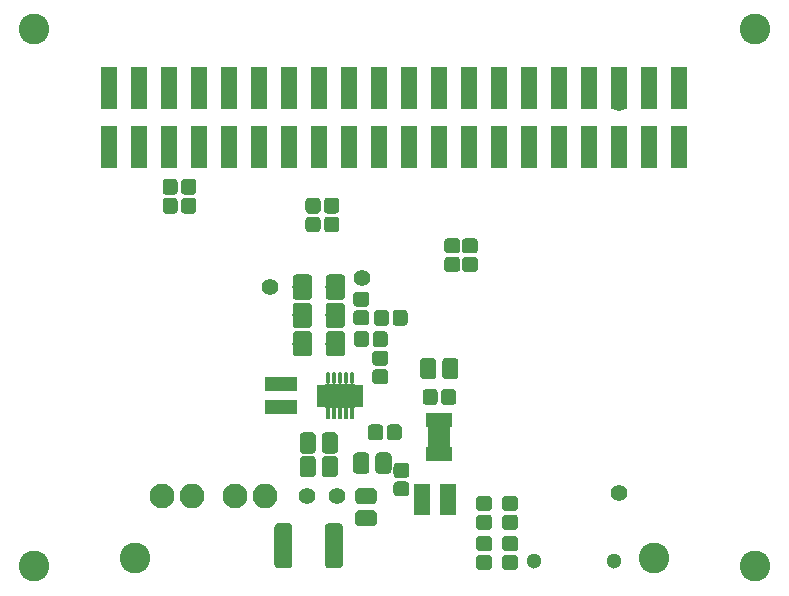
<source format=gts>
G04 #@! TF.GenerationSoftware,KiCad,Pcbnew,(5.0.0)*
G04 #@! TF.CreationDate,2020-06-15T03:52:37+09:00*
G04 #@! TF.ProjectId,WioTerminal_M5Adapter,57696F5465726D696E616C5F4D354164,rev?*
G04 #@! TF.SameCoordinates,PX206cc80PYfe6f74f0*
G04 #@! TF.FileFunction,Soldermask,Top*
G04 #@! TF.FilePolarity,Negative*
%FSLAX46Y46*%
G04 Gerber Fmt 4.6, Leading zero omitted, Abs format (unit mm)*
G04 Created by KiCad (PCBNEW (5.0.0)) date 06/15/20 03:52:37*
%MOMM*%
%LPD*%
G01*
G04 APERTURE LIST*
%ADD10C,2.100000*%
%ADD11O,2.100000X2.100000*%
%ADD12C,2.600000*%
%ADD13R,1.100000X0.650000*%
%ADD14O,0.420000X0.990000*%
%ADD15R,0.420000X0.420000*%
%ADD16C,1.000000*%
%ADD17R,2.550000X2.100000*%
%ADD18R,1.300000X1.050000*%
%ADD19R,1.000000X0.630000*%
%ADD20C,0.100000*%
%ADD21C,1.375000*%
%ADD22C,1.275000*%
%ADD23C,1.650000*%
%ADD24C,1.400000*%
%ADD25R,1.460000X0.800000*%
%ADD26C,1.525000*%
%ADD27R,0.700000X1.150000*%
%ADD28R,1.900000X1.700000*%
%ADD29R,1.400000X3.550000*%
%ADD30C,1.300000*%
%ADD31R,2.700000X1.250000*%
G04 APERTURE END LIST*
D10*
G04 #@! TO.C,J2*
X-19700000Y-16800000D03*
D11*
X-17160000Y-16800000D03*
G04 #@! TD*
G04 #@! TO.C,J6*
X-10960000Y-16800000D03*
D10*
X-13500000Y-16800000D03*
G04 #@! TD*
D12*
G04 #@! TO.C,MH4*
X-30500000Y22750000D03*
G04 #@! TD*
G04 #@! TO.C,MH1*
X-30500000Y-22750000D03*
G04 #@! TD*
G04 #@! TO.C,MH2*
X30500000Y-22750000D03*
G04 #@! TD*
G04 #@! TO.C,MH3*
X30500000Y22750000D03*
G04 #@! TD*
D13*
G04 #@! TO.C,U2*
X-3175000Y-8900000D03*
X-3175000Y-7700000D03*
X-6025000Y-8900000D03*
X-6025000Y-7700000D03*
D14*
X-5600000Y-9775000D03*
X-5100000Y-9775000D03*
D15*
X-4600000Y-10060000D03*
D14*
X-4100000Y-9775000D03*
D15*
X-3600000Y-10060000D03*
D14*
X-3600000Y-6825000D03*
X-4100000Y-6825000D03*
D15*
X-4600000Y-6540000D03*
X-5100000Y-6540000D03*
X-5600000Y-6540000D03*
D16*
X-4600000Y-8300000D03*
X-5100000Y-8800000D03*
X-5100000Y-7800000D03*
X-4100000Y-8800000D03*
X-4100000Y-7800000D03*
D13*
X-6025000Y-8500000D03*
X-6025000Y-8100000D03*
X-3175000Y-8500000D03*
X-3175000Y-8100000D03*
D17*
X-4600000Y-8300000D03*
D15*
X-5600000Y-10060000D03*
X-5100000Y-10060000D03*
D14*
X-4600000Y-9775000D03*
D15*
X-4100000Y-10060000D03*
D14*
X-3600000Y-9775000D03*
D15*
X-3600000Y-6540000D03*
X-4100000Y-6540000D03*
D14*
X-4600000Y-6825000D03*
X-5100000Y-6825000D03*
X-5600000Y-6825000D03*
D18*
X-5160000Y-8735000D03*
X-4040000Y-7865000D03*
X-4040000Y-8735000D03*
X-5160000Y-7865000D03*
D19*
X-6025000Y-8900000D03*
X-6025000Y-8500000D03*
X-6025000Y-8100000D03*
X-6025000Y-7700000D03*
X-3175000Y-8900000D03*
X-3175000Y-8500000D03*
X-3175000Y-8100000D03*
X-3175000Y-7700000D03*
G04 #@! TD*
D20*
G04 #@! TO.C,C1*
G36*
X-5085057Y-13401655D02*
X-5051688Y-13406605D01*
X-5018965Y-13414802D01*
X-4987203Y-13426166D01*
X-4956707Y-13440590D01*
X-4927773Y-13457932D01*
X-4900677Y-13478028D01*
X-4875682Y-13500682D01*
X-4853028Y-13525677D01*
X-4832932Y-13552773D01*
X-4815590Y-13581707D01*
X-4801166Y-13612203D01*
X-4789802Y-13643965D01*
X-4781605Y-13676688D01*
X-4776655Y-13710057D01*
X-4775000Y-13743750D01*
X-4775000Y-14856250D01*
X-4776655Y-14889943D01*
X-4781605Y-14923312D01*
X-4789802Y-14956035D01*
X-4801166Y-14987797D01*
X-4815590Y-15018293D01*
X-4832932Y-15047227D01*
X-4853028Y-15074323D01*
X-4875682Y-15099318D01*
X-4900677Y-15121972D01*
X-4927773Y-15142068D01*
X-4956707Y-15159410D01*
X-4987203Y-15173834D01*
X-5018965Y-15185198D01*
X-5051688Y-15193395D01*
X-5085057Y-15198345D01*
X-5118750Y-15200000D01*
X-5806250Y-15200000D01*
X-5839943Y-15198345D01*
X-5873312Y-15193395D01*
X-5906035Y-15185198D01*
X-5937797Y-15173834D01*
X-5968293Y-15159410D01*
X-5997227Y-15142068D01*
X-6024323Y-15121972D01*
X-6049318Y-15099318D01*
X-6071972Y-15074323D01*
X-6092068Y-15047227D01*
X-6109410Y-15018293D01*
X-6123834Y-14987797D01*
X-6135198Y-14956035D01*
X-6143395Y-14923312D01*
X-6148345Y-14889943D01*
X-6150000Y-14856250D01*
X-6150000Y-13743750D01*
X-6148345Y-13710057D01*
X-6143395Y-13676688D01*
X-6135198Y-13643965D01*
X-6123834Y-13612203D01*
X-6109410Y-13581707D01*
X-6092068Y-13552773D01*
X-6071972Y-13525677D01*
X-6049318Y-13500682D01*
X-6024323Y-13478028D01*
X-5997227Y-13457932D01*
X-5968293Y-13440590D01*
X-5937797Y-13426166D01*
X-5906035Y-13414802D01*
X-5873312Y-13406605D01*
X-5839943Y-13401655D01*
X-5806250Y-13400000D01*
X-5118750Y-13400000D01*
X-5085057Y-13401655D01*
X-5085057Y-13401655D01*
G37*
D21*
X-5462500Y-14300000D03*
D20*
G36*
X-6960057Y-13401655D02*
X-6926688Y-13406605D01*
X-6893965Y-13414802D01*
X-6862203Y-13426166D01*
X-6831707Y-13440590D01*
X-6802773Y-13457932D01*
X-6775677Y-13478028D01*
X-6750682Y-13500682D01*
X-6728028Y-13525677D01*
X-6707932Y-13552773D01*
X-6690590Y-13581707D01*
X-6676166Y-13612203D01*
X-6664802Y-13643965D01*
X-6656605Y-13676688D01*
X-6651655Y-13710057D01*
X-6650000Y-13743750D01*
X-6650000Y-14856250D01*
X-6651655Y-14889943D01*
X-6656605Y-14923312D01*
X-6664802Y-14956035D01*
X-6676166Y-14987797D01*
X-6690590Y-15018293D01*
X-6707932Y-15047227D01*
X-6728028Y-15074323D01*
X-6750682Y-15099318D01*
X-6775677Y-15121972D01*
X-6802773Y-15142068D01*
X-6831707Y-15159410D01*
X-6862203Y-15173834D01*
X-6893965Y-15185198D01*
X-6926688Y-15193395D01*
X-6960057Y-15198345D01*
X-6993750Y-15200000D01*
X-7681250Y-15200000D01*
X-7714943Y-15198345D01*
X-7748312Y-15193395D01*
X-7781035Y-15185198D01*
X-7812797Y-15173834D01*
X-7843293Y-15159410D01*
X-7872227Y-15142068D01*
X-7899323Y-15121972D01*
X-7924318Y-15099318D01*
X-7946972Y-15074323D01*
X-7967068Y-15047227D01*
X-7984410Y-15018293D01*
X-7998834Y-14987797D01*
X-8010198Y-14956035D01*
X-8018395Y-14923312D01*
X-8023345Y-14889943D01*
X-8025000Y-14856250D01*
X-8025000Y-13743750D01*
X-8023345Y-13710057D01*
X-8018395Y-13676688D01*
X-8010198Y-13643965D01*
X-7998834Y-13612203D01*
X-7984410Y-13581707D01*
X-7967068Y-13552773D01*
X-7946972Y-13525677D01*
X-7924318Y-13500682D01*
X-7899323Y-13478028D01*
X-7872227Y-13457932D01*
X-7843293Y-13440590D01*
X-7812797Y-13426166D01*
X-7781035Y-13414802D01*
X-7748312Y-13406605D01*
X-7714943Y-13401655D01*
X-7681250Y-13400000D01*
X-6993750Y-13400000D01*
X-6960057Y-13401655D01*
X-6960057Y-13401655D01*
G37*
D21*
X-7337500Y-14300000D03*
G04 #@! TD*
D20*
G04 #@! TO.C,C2*
G36*
X987493Y-13976535D02*
X1018435Y-13981125D01*
X1048778Y-13988725D01*
X1078230Y-13999263D01*
X1106508Y-14012638D01*
X1133338Y-14028719D01*
X1158463Y-14047353D01*
X1181640Y-14068360D01*
X1202647Y-14091537D01*
X1221281Y-14116662D01*
X1237362Y-14143492D01*
X1250737Y-14171770D01*
X1261275Y-14201222D01*
X1268875Y-14231565D01*
X1273465Y-14262507D01*
X1275000Y-14293750D01*
X1275000Y-14931250D01*
X1273465Y-14962493D01*
X1268875Y-14993435D01*
X1261275Y-15023778D01*
X1250737Y-15053230D01*
X1237362Y-15081508D01*
X1221281Y-15108338D01*
X1202647Y-15133463D01*
X1181640Y-15156640D01*
X1158463Y-15177647D01*
X1133338Y-15196281D01*
X1106508Y-15212362D01*
X1078230Y-15225737D01*
X1048778Y-15236275D01*
X1018435Y-15243875D01*
X987493Y-15248465D01*
X956250Y-15250000D01*
X243750Y-15250000D01*
X212507Y-15248465D01*
X181565Y-15243875D01*
X151222Y-15236275D01*
X121770Y-15225737D01*
X93492Y-15212362D01*
X66662Y-15196281D01*
X41537Y-15177647D01*
X18360Y-15156640D01*
X-2647Y-15133463D01*
X-21281Y-15108338D01*
X-37362Y-15081508D01*
X-50737Y-15053230D01*
X-61275Y-15023778D01*
X-68875Y-14993435D01*
X-73465Y-14962493D01*
X-75000Y-14931250D01*
X-75000Y-14293750D01*
X-73465Y-14262507D01*
X-68875Y-14231565D01*
X-61275Y-14201222D01*
X-50737Y-14171770D01*
X-37362Y-14143492D01*
X-21281Y-14116662D01*
X-2647Y-14091537D01*
X18360Y-14068360D01*
X41537Y-14047353D01*
X66662Y-14028719D01*
X93492Y-14012638D01*
X121770Y-13999263D01*
X151222Y-13988725D01*
X181565Y-13981125D01*
X212507Y-13976535D01*
X243750Y-13975000D01*
X956250Y-13975000D01*
X987493Y-13976535D01*
X987493Y-13976535D01*
G37*
D22*
X600000Y-14612500D03*
D20*
G36*
X987493Y-15551535D02*
X1018435Y-15556125D01*
X1048778Y-15563725D01*
X1078230Y-15574263D01*
X1106508Y-15587638D01*
X1133338Y-15603719D01*
X1158463Y-15622353D01*
X1181640Y-15643360D01*
X1202647Y-15666537D01*
X1221281Y-15691662D01*
X1237362Y-15718492D01*
X1250737Y-15746770D01*
X1261275Y-15776222D01*
X1268875Y-15806565D01*
X1273465Y-15837507D01*
X1275000Y-15868750D01*
X1275000Y-16506250D01*
X1273465Y-16537493D01*
X1268875Y-16568435D01*
X1261275Y-16598778D01*
X1250737Y-16628230D01*
X1237362Y-16656508D01*
X1221281Y-16683338D01*
X1202647Y-16708463D01*
X1181640Y-16731640D01*
X1158463Y-16752647D01*
X1133338Y-16771281D01*
X1106508Y-16787362D01*
X1078230Y-16800737D01*
X1048778Y-16811275D01*
X1018435Y-16818875D01*
X987493Y-16823465D01*
X956250Y-16825000D01*
X243750Y-16825000D01*
X212507Y-16823465D01*
X181565Y-16818875D01*
X151222Y-16811275D01*
X121770Y-16800737D01*
X93492Y-16787362D01*
X66662Y-16771281D01*
X41537Y-16752647D01*
X18360Y-16731640D01*
X-2647Y-16708463D01*
X-21281Y-16683338D01*
X-37362Y-16656508D01*
X-50737Y-16628230D01*
X-61275Y-16598778D01*
X-68875Y-16568435D01*
X-73465Y-16537493D01*
X-75000Y-16506250D01*
X-75000Y-15868750D01*
X-73465Y-15837507D01*
X-68875Y-15806565D01*
X-61275Y-15776222D01*
X-50737Y-15746770D01*
X-37362Y-15718492D01*
X-21281Y-15691662D01*
X-2647Y-15666537D01*
X18360Y-15643360D01*
X41537Y-15622353D01*
X66662Y-15603719D01*
X93492Y-15587638D01*
X121770Y-15574263D01*
X151222Y-15563725D01*
X181565Y-15556125D01*
X212507Y-15551535D01*
X243750Y-15550000D01*
X956250Y-15550000D01*
X987493Y-15551535D01*
X987493Y-15551535D01*
G37*
D22*
X600000Y-16187500D03*
G04 #@! TD*
D20*
G04 #@! TO.C,C3*
G36*
X-6960057Y-11401655D02*
X-6926688Y-11406605D01*
X-6893965Y-11414802D01*
X-6862203Y-11426166D01*
X-6831707Y-11440590D01*
X-6802773Y-11457932D01*
X-6775677Y-11478028D01*
X-6750682Y-11500682D01*
X-6728028Y-11525677D01*
X-6707932Y-11552773D01*
X-6690590Y-11581707D01*
X-6676166Y-11612203D01*
X-6664802Y-11643965D01*
X-6656605Y-11676688D01*
X-6651655Y-11710057D01*
X-6650000Y-11743750D01*
X-6650000Y-12856250D01*
X-6651655Y-12889943D01*
X-6656605Y-12923312D01*
X-6664802Y-12956035D01*
X-6676166Y-12987797D01*
X-6690590Y-13018293D01*
X-6707932Y-13047227D01*
X-6728028Y-13074323D01*
X-6750682Y-13099318D01*
X-6775677Y-13121972D01*
X-6802773Y-13142068D01*
X-6831707Y-13159410D01*
X-6862203Y-13173834D01*
X-6893965Y-13185198D01*
X-6926688Y-13193395D01*
X-6960057Y-13198345D01*
X-6993750Y-13200000D01*
X-7681250Y-13200000D01*
X-7714943Y-13198345D01*
X-7748312Y-13193395D01*
X-7781035Y-13185198D01*
X-7812797Y-13173834D01*
X-7843293Y-13159410D01*
X-7872227Y-13142068D01*
X-7899323Y-13121972D01*
X-7924318Y-13099318D01*
X-7946972Y-13074323D01*
X-7967068Y-13047227D01*
X-7984410Y-13018293D01*
X-7998834Y-12987797D01*
X-8010198Y-12956035D01*
X-8018395Y-12923312D01*
X-8023345Y-12889943D01*
X-8025000Y-12856250D01*
X-8025000Y-11743750D01*
X-8023345Y-11710057D01*
X-8018395Y-11676688D01*
X-8010198Y-11643965D01*
X-7998834Y-11612203D01*
X-7984410Y-11581707D01*
X-7967068Y-11552773D01*
X-7946972Y-11525677D01*
X-7924318Y-11500682D01*
X-7899323Y-11478028D01*
X-7872227Y-11457932D01*
X-7843293Y-11440590D01*
X-7812797Y-11426166D01*
X-7781035Y-11414802D01*
X-7748312Y-11406605D01*
X-7714943Y-11401655D01*
X-7681250Y-11400000D01*
X-6993750Y-11400000D01*
X-6960057Y-11401655D01*
X-6960057Y-11401655D01*
G37*
D21*
X-7337500Y-12300000D03*
D20*
G36*
X-5085057Y-11401655D02*
X-5051688Y-11406605D01*
X-5018965Y-11414802D01*
X-4987203Y-11426166D01*
X-4956707Y-11440590D01*
X-4927773Y-11457932D01*
X-4900677Y-11478028D01*
X-4875682Y-11500682D01*
X-4853028Y-11525677D01*
X-4832932Y-11552773D01*
X-4815590Y-11581707D01*
X-4801166Y-11612203D01*
X-4789802Y-11643965D01*
X-4781605Y-11676688D01*
X-4776655Y-11710057D01*
X-4775000Y-11743750D01*
X-4775000Y-12856250D01*
X-4776655Y-12889943D01*
X-4781605Y-12923312D01*
X-4789802Y-12956035D01*
X-4801166Y-12987797D01*
X-4815590Y-13018293D01*
X-4832932Y-13047227D01*
X-4853028Y-13074323D01*
X-4875682Y-13099318D01*
X-4900677Y-13121972D01*
X-4927773Y-13142068D01*
X-4956707Y-13159410D01*
X-4987203Y-13173834D01*
X-5018965Y-13185198D01*
X-5051688Y-13193395D01*
X-5085057Y-13198345D01*
X-5118750Y-13200000D01*
X-5806250Y-13200000D01*
X-5839943Y-13198345D01*
X-5873312Y-13193395D01*
X-5906035Y-13185198D01*
X-5937797Y-13173834D01*
X-5968293Y-13159410D01*
X-5997227Y-13142068D01*
X-6024323Y-13121972D01*
X-6049318Y-13099318D01*
X-6071972Y-13074323D01*
X-6092068Y-13047227D01*
X-6109410Y-13018293D01*
X-6123834Y-12987797D01*
X-6135198Y-12956035D01*
X-6143395Y-12923312D01*
X-6148345Y-12889943D01*
X-6150000Y-12856250D01*
X-6150000Y-11743750D01*
X-6148345Y-11710057D01*
X-6143395Y-11676688D01*
X-6135198Y-11643965D01*
X-6123834Y-11612203D01*
X-6109410Y-11581707D01*
X-6092068Y-11552773D01*
X-6071972Y-11525677D01*
X-6049318Y-11500682D01*
X-6024323Y-11478028D01*
X-5997227Y-11457932D01*
X-5968293Y-11440590D01*
X-5937797Y-11426166D01*
X-5906035Y-11414802D01*
X-5873312Y-11406605D01*
X-5839943Y-11401655D01*
X-5806250Y-11400000D01*
X-5118750Y-11400000D01*
X-5085057Y-11401655D01*
X-5085057Y-11401655D01*
G37*
D21*
X-5462500Y-12300000D03*
G04 #@! TD*
D20*
G04 #@! TO.C,C4*
G36*
X3239943Y-5101655D02*
X3273312Y-5106605D01*
X3306035Y-5114802D01*
X3337797Y-5126166D01*
X3368293Y-5140590D01*
X3397227Y-5157932D01*
X3424323Y-5178028D01*
X3449318Y-5200682D01*
X3471972Y-5225677D01*
X3492068Y-5252773D01*
X3509410Y-5281707D01*
X3523834Y-5312203D01*
X3535198Y-5343965D01*
X3543395Y-5376688D01*
X3548345Y-5410057D01*
X3550000Y-5443750D01*
X3550000Y-6556250D01*
X3548345Y-6589943D01*
X3543395Y-6623312D01*
X3535198Y-6656035D01*
X3523834Y-6687797D01*
X3509410Y-6718293D01*
X3492068Y-6747227D01*
X3471972Y-6774323D01*
X3449318Y-6799318D01*
X3424323Y-6821972D01*
X3397227Y-6842068D01*
X3368293Y-6859410D01*
X3337797Y-6873834D01*
X3306035Y-6885198D01*
X3273312Y-6893395D01*
X3239943Y-6898345D01*
X3206250Y-6900000D01*
X2518750Y-6900000D01*
X2485057Y-6898345D01*
X2451688Y-6893395D01*
X2418965Y-6885198D01*
X2387203Y-6873834D01*
X2356707Y-6859410D01*
X2327773Y-6842068D01*
X2300677Y-6821972D01*
X2275682Y-6799318D01*
X2253028Y-6774323D01*
X2232932Y-6747227D01*
X2215590Y-6718293D01*
X2201166Y-6687797D01*
X2189802Y-6656035D01*
X2181605Y-6623312D01*
X2176655Y-6589943D01*
X2175000Y-6556250D01*
X2175000Y-5443750D01*
X2176655Y-5410057D01*
X2181605Y-5376688D01*
X2189802Y-5343965D01*
X2201166Y-5312203D01*
X2215590Y-5281707D01*
X2232932Y-5252773D01*
X2253028Y-5225677D01*
X2275682Y-5200682D01*
X2300677Y-5178028D01*
X2327773Y-5157932D01*
X2356707Y-5140590D01*
X2387203Y-5126166D01*
X2418965Y-5114802D01*
X2451688Y-5106605D01*
X2485057Y-5101655D01*
X2518750Y-5100000D01*
X3206250Y-5100000D01*
X3239943Y-5101655D01*
X3239943Y-5101655D01*
G37*
D21*
X2862500Y-6000000D03*
D20*
G36*
X5114943Y-5101655D02*
X5148312Y-5106605D01*
X5181035Y-5114802D01*
X5212797Y-5126166D01*
X5243293Y-5140590D01*
X5272227Y-5157932D01*
X5299323Y-5178028D01*
X5324318Y-5200682D01*
X5346972Y-5225677D01*
X5367068Y-5252773D01*
X5384410Y-5281707D01*
X5398834Y-5312203D01*
X5410198Y-5343965D01*
X5418395Y-5376688D01*
X5423345Y-5410057D01*
X5425000Y-5443750D01*
X5425000Y-6556250D01*
X5423345Y-6589943D01*
X5418395Y-6623312D01*
X5410198Y-6656035D01*
X5398834Y-6687797D01*
X5384410Y-6718293D01*
X5367068Y-6747227D01*
X5346972Y-6774323D01*
X5324318Y-6799318D01*
X5299323Y-6821972D01*
X5272227Y-6842068D01*
X5243293Y-6859410D01*
X5212797Y-6873834D01*
X5181035Y-6885198D01*
X5148312Y-6893395D01*
X5114943Y-6898345D01*
X5081250Y-6900000D01*
X4393750Y-6900000D01*
X4360057Y-6898345D01*
X4326688Y-6893395D01*
X4293965Y-6885198D01*
X4262203Y-6873834D01*
X4231707Y-6859410D01*
X4202773Y-6842068D01*
X4175677Y-6821972D01*
X4150682Y-6799318D01*
X4128028Y-6774323D01*
X4107932Y-6747227D01*
X4090590Y-6718293D01*
X4076166Y-6687797D01*
X4064802Y-6656035D01*
X4056605Y-6623312D01*
X4051655Y-6589943D01*
X4050000Y-6556250D01*
X4050000Y-5443750D01*
X4051655Y-5410057D01*
X4056605Y-5376688D01*
X4064802Y-5343965D01*
X4076166Y-5312203D01*
X4090590Y-5281707D01*
X4107932Y-5252773D01*
X4128028Y-5225677D01*
X4150682Y-5200682D01*
X4175677Y-5178028D01*
X4202773Y-5157932D01*
X4231707Y-5140590D01*
X4262203Y-5126166D01*
X4293965Y-5114802D01*
X4326688Y-5106605D01*
X4360057Y-5101655D01*
X4393750Y-5100000D01*
X5081250Y-5100000D01*
X5114943Y-5101655D01*
X5114943Y-5101655D01*
G37*
D21*
X4737500Y-6000000D03*
G04 #@! TD*
D20*
G04 #@! TO.C,C5*
G36*
X-812507Y-4476535D02*
X-781565Y-4481125D01*
X-751222Y-4488725D01*
X-721770Y-4499263D01*
X-693492Y-4512638D01*
X-666662Y-4528719D01*
X-641537Y-4547353D01*
X-618360Y-4568360D01*
X-597353Y-4591537D01*
X-578719Y-4616662D01*
X-562638Y-4643492D01*
X-549263Y-4671770D01*
X-538725Y-4701222D01*
X-531125Y-4731565D01*
X-526535Y-4762507D01*
X-525000Y-4793750D01*
X-525000Y-5431250D01*
X-526535Y-5462493D01*
X-531125Y-5493435D01*
X-538725Y-5523778D01*
X-549263Y-5553230D01*
X-562638Y-5581508D01*
X-578719Y-5608338D01*
X-597353Y-5633463D01*
X-618360Y-5656640D01*
X-641537Y-5677647D01*
X-666662Y-5696281D01*
X-693492Y-5712362D01*
X-721770Y-5725737D01*
X-751222Y-5736275D01*
X-781565Y-5743875D01*
X-812507Y-5748465D01*
X-843750Y-5750000D01*
X-1556250Y-5750000D01*
X-1587493Y-5748465D01*
X-1618435Y-5743875D01*
X-1648778Y-5736275D01*
X-1678230Y-5725737D01*
X-1706508Y-5712362D01*
X-1733338Y-5696281D01*
X-1758463Y-5677647D01*
X-1781640Y-5656640D01*
X-1802647Y-5633463D01*
X-1821281Y-5608338D01*
X-1837362Y-5581508D01*
X-1850737Y-5553230D01*
X-1861275Y-5523778D01*
X-1868875Y-5493435D01*
X-1873465Y-5462493D01*
X-1875000Y-5431250D01*
X-1875000Y-4793750D01*
X-1873465Y-4762507D01*
X-1868875Y-4731565D01*
X-1861275Y-4701222D01*
X-1850737Y-4671770D01*
X-1837362Y-4643492D01*
X-1821281Y-4616662D01*
X-1802647Y-4591537D01*
X-1781640Y-4568360D01*
X-1758463Y-4547353D01*
X-1733338Y-4528719D01*
X-1706508Y-4512638D01*
X-1678230Y-4499263D01*
X-1648778Y-4488725D01*
X-1618435Y-4481125D01*
X-1587493Y-4476535D01*
X-1556250Y-4475000D01*
X-843750Y-4475000D01*
X-812507Y-4476535D01*
X-812507Y-4476535D01*
G37*
D22*
X-1200000Y-5112500D03*
D20*
G36*
X-812507Y-6051535D02*
X-781565Y-6056125D01*
X-751222Y-6063725D01*
X-721770Y-6074263D01*
X-693492Y-6087638D01*
X-666662Y-6103719D01*
X-641537Y-6122353D01*
X-618360Y-6143360D01*
X-597353Y-6166537D01*
X-578719Y-6191662D01*
X-562638Y-6218492D01*
X-549263Y-6246770D01*
X-538725Y-6276222D01*
X-531125Y-6306565D01*
X-526535Y-6337507D01*
X-525000Y-6368750D01*
X-525000Y-7006250D01*
X-526535Y-7037493D01*
X-531125Y-7068435D01*
X-538725Y-7098778D01*
X-549263Y-7128230D01*
X-562638Y-7156508D01*
X-578719Y-7183338D01*
X-597353Y-7208463D01*
X-618360Y-7231640D01*
X-641537Y-7252647D01*
X-666662Y-7271281D01*
X-693492Y-7287362D01*
X-721770Y-7300737D01*
X-751222Y-7311275D01*
X-781565Y-7318875D01*
X-812507Y-7323465D01*
X-843750Y-7325000D01*
X-1556250Y-7325000D01*
X-1587493Y-7323465D01*
X-1618435Y-7318875D01*
X-1648778Y-7311275D01*
X-1678230Y-7300737D01*
X-1706508Y-7287362D01*
X-1733338Y-7271281D01*
X-1758463Y-7252647D01*
X-1781640Y-7231640D01*
X-1802647Y-7208463D01*
X-1821281Y-7183338D01*
X-1837362Y-7156508D01*
X-1850737Y-7128230D01*
X-1861275Y-7098778D01*
X-1868875Y-7068435D01*
X-1873465Y-7037493D01*
X-1875000Y-7006250D01*
X-1875000Y-6368750D01*
X-1873465Y-6337507D01*
X-1868875Y-6306565D01*
X-1861275Y-6276222D01*
X-1850737Y-6246770D01*
X-1837362Y-6218492D01*
X-1821281Y-6191662D01*
X-1802647Y-6166537D01*
X-1781640Y-6143360D01*
X-1758463Y-6122353D01*
X-1733338Y-6103719D01*
X-1706508Y-6087638D01*
X-1678230Y-6074263D01*
X-1648778Y-6063725D01*
X-1618435Y-6056125D01*
X-1587493Y-6051535D01*
X-1556250Y-6050000D01*
X-843750Y-6050000D01*
X-812507Y-6051535D01*
X-812507Y-6051535D01*
G37*
D22*
X-1200000Y-6687500D03*
G04 #@! TD*
D20*
G04 #@! TO.C,C6*
G36*
X837493Y-1026535D02*
X868435Y-1031125D01*
X898778Y-1038725D01*
X928230Y-1049263D01*
X956508Y-1062638D01*
X983338Y-1078719D01*
X1008463Y-1097353D01*
X1031640Y-1118360D01*
X1052647Y-1141537D01*
X1071281Y-1166662D01*
X1087362Y-1193492D01*
X1100737Y-1221770D01*
X1111275Y-1251222D01*
X1118875Y-1281565D01*
X1123465Y-1312507D01*
X1125000Y-1343750D01*
X1125000Y-2056250D01*
X1123465Y-2087493D01*
X1118875Y-2118435D01*
X1111275Y-2148778D01*
X1100737Y-2178230D01*
X1087362Y-2206508D01*
X1071281Y-2233338D01*
X1052647Y-2258463D01*
X1031640Y-2281640D01*
X1008463Y-2302647D01*
X983338Y-2321281D01*
X956508Y-2337362D01*
X928230Y-2350737D01*
X898778Y-2361275D01*
X868435Y-2368875D01*
X837493Y-2373465D01*
X806250Y-2375000D01*
X168750Y-2375000D01*
X137507Y-2373465D01*
X106565Y-2368875D01*
X76222Y-2361275D01*
X46770Y-2350737D01*
X18492Y-2337362D01*
X-8338Y-2321281D01*
X-33463Y-2302647D01*
X-56640Y-2281640D01*
X-77647Y-2258463D01*
X-96281Y-2233338D01*
X-112362Y-2206508D01*
X-125737Y-2178230D01*
X-136275Y-2148778D01*
X-143875Y-2118435D01*
X-148465Y-2087493D01*
X-150000Y-2056250D01*
X-150000Y-1343750D01*
X-148465Y-1312507D01*
X-143875Y-1281565D01*
X-136275Y-1251222D01*
X-125737Y-1221770D01*
X-112362Y-1193492D01*
X-96281Y-1166662D01*
X-77647Y-1141537D01*
X-56640Y-1118360D01*
X-33463Y-1097353D01*
X-8338Y-1078719D01*
X18492Y-1062638D01*
X46770Y-1049263D01*
X76222Y-1038725D01*
X106565Y-1031125D01*
X137507Y-1026535D01*
X168750Y-1025000D01*
X806250Y-1025000D01*
X837493Y-1026535D01*
X837493Y-1026535D01*
G37*
D22*
X487500Y-1700000D03*
D20*
G36*
X-737507Y-1026535D02*
X-706565Y-1031125D01*
X-676222Y-1038725D01*
X-646770Y-1049263D01*
X-618492Y-1062638D01*
X-591662Y-1078719D01*
X-566537Y-1097353D01*
X-543360Y-1118360D01*
X-522353Y-1141537D01*
X-503719Y-1166662D01*
X-487638Y-1193492D01*
X-474263Y-1221770D01*
X-463725Y-1251222D01*
X-456125Y-1281565D01*
X-451535Y-1312507D01*
X-450000Y-1343750D01*
X-450000Y-2056250D01*
X-451535Y-2087493D01*
X-456125Y-2118435D01*
X-463725Y-2148778D01*
X-474263Y-2178230D01*
X-487638Y-2206508D01*
X-503719Y-2233338D01*
X-522353Y-2258463D01*
X-543360Y-2281640D01*
X-566537Y-2302647D01*
X-591662Y-2321281D01*
X-618492Y-2337362D01*
X-646770Y-2350737D01*
X-676222Y-2361275D01*
X-706565Y-2368875D01*
X-737507Y-2373465D01*
X-768750Y-2375000D01*
X-1406250Y-2375000D01*
X-1437493Y-2373465D01*
X-1468435Y-2368875D01*
X-1498778Y-2361275D01*
X-1528230Y-2350737D01*
X-1556508Y-2337362D01*
X-1583338Y-2321281D01*
X-1608463Y-2302647D01*
X-1631640Y-2281640D01*
X-1652647Y-2258463D01*
X-1671281Y-2233338D01*
X-1687362Y-2206508D01*
X-1700737Y-2178230D01*
X-1711275Y-2148778D01*
X-1718875Y-2118435D01*
X-1723465Y-2087493D01*
X-1725000Y-2056250D01*
X-1725000Y-1343750D01*
X-1723465Y-1312507D01*
X-1718875Y-1281565D01*
X-1711275Y-1251222D01*
X-1700737Y-1221770D01*
X-1687362Y-1193492D01*
X-1671281Y-1166662D01*
X-1652647Y-1141537D01*
X-1631640Y-1118360D01*
X-1608463Y-1097353D01*
X-1583338Y-1078719D01*
X-1556508Y-1062638D01*
X-1528230Y-1049263D01*
X-1498778Y-1038725D01*
X-1468435Y-1031125D01*
X-1437493Y-1026535D01*
X-1406250Y-1025000D01*
X-768750Y-1025000D01*
X-737507Y-1026535D01*
X-737507Y-1026535D01*
G37*
D22*
X-1087500Y-1700000D03*
G04 #@! TD*
D20*
G04 #@! TO.C,C7*
G36*
X-4472654Y-2826589D02*
X-4440620Y-2831341D01*
X-4409206Y-2839210D01*
X-4378714Y-2850120D01*
X-4349439Y-2863966D01*
X-4321662Y-2880615D01*
X-4295650Y-2899907D01*
X-4271655Y-2921655D01*
X-4249907Y-2945650D01*
X-4230615Y-2971662D01*
X-4213966Y-2999439D01*
X-4200120Y-3028714D01*
X-4189210Y-3059206D01*
X-4181341Y-3090620D01*
X-4176589Y-3122654D01*
X-4175000Y-3155000D01*
X-4175000Y-4645000D01*
X-4176589Y-4677346D01*
X-4181341Y-4709380D01*
X-4189210Y-4740794D01*
X-4200120Y-4771286D01*
X-4213966Y-4800561D01*
X-4230615Y-4828338D01*
X-4249907Y-4854350D01*
X-4271655Y-4878345D01*
X-4295650Y-4900093D01*
X-4321662Y-4919385D01*
X-4349439Y-4936034D01*
X-4378714Y-4949880D01*
X-4409206Y-4960790D01*
X-4440620Y-4968659D01*
X-4472654Y-4973411D01*
X-4505000Y-4975000D01*
X-5495000Y-4975000D01*
X-5527346Y-4973411D01*
X-5559380Y-4968659D01*
X-5590794Y-4960790D01*
X-5621286Y-4949880D01*
X-5650561Y-4936034D01*
X-5678338Y-4919385D01*
X-5704350Y-4900093D01*
X-5728345Y-4878345D01*
X-5750093Y-4854350D01*
X-5769385Y-4828338D01*
X-5786034Y-4800561D01*
X-5799880Y-4771286D01*
X-5810790Y-4740794D01*
X-5818659Y-4709380D01*
X-5823411Y-4677346D01*
X-5825000Y-4645000D01*
X-5825000Y-3155000D01*
X-5823411Y-3122654D01*
X-5818659Y-3090620D01*
X-5810790Y-3059206D01*
X-5799880Y-3028714D01*
X-5786034Y-2999439D01*
X-5769385Y-2971662D01*
X-5750093Y-2945650D01*
X-5728345Y-2921655D01*
X-5704350Y-2899907D01*
X-5678338Y-2880615D01*
X-5650561Y-2863966D01*
X-5621286Y-2850120D01*
X-5590794Y-2839210D01*
X-5559380Y-2831341D01*
X-5527346Y-2826589D01*
X-5495000Y-2825000D01*
X-4505000Y-2825000D01*
X-4472654Y-2826589D01*
X-4472654Y-2826589D01*
G37*
D23*
X-5000000Y-3900000D03*
D20*
G36*
X-7272654Y-2826589D02*
X-7240620Y-2831341D01*
X-7209206Y-2839210D01*
X-7178714Y-2850120D01*
X-7149439Y-2863966D01*
X-7121662Y-2880615D01*
X-7095650Y-2899907D01*
X-7071655Y-2921655D01*
X-7049907Y-2945650D01*
X-7030615Y-2971662D01*
X-7013966Y-2999439D01*
X-7000120Y-3028714D01*
X-6989210Y-3059206D01*
X-6981341Y-3090620D01*
X-6976589Y-3122654D01*
X-6975000Y-3155000D01*
X-6975000Y-4645000D01*
X-6976589Y-4677346D01*
X-6981341Y-4709380D01*
X-6989210Y-4740794D01*
X-7000120Y-4771286D01*
X-7013966Y-4800561D01*
X-7030615Y-4828338D01*
X-7049907Y-4854350D01*
X-7071655Y-4878345D01*
X-7095650Y-4900093D01*
X-7121662Y-4919385D01*
X-7149439Y-4936034D01*
X-7178714Y-4949880D01*
X-7209206Y-4960790D01*
X-7240620Y-4968659D01*
X-7272654Y-4973411D01*
X-7305000Y-4975000D01*
X-8295000Y-4975000D01*
X-8327346Y-4973411D01*
X-8359380Y-4968659D01*
X-8390794Y-4960790D01*
X-8421286Y-4949880D01*
X-8450561Y-4936034D01*
X-8478338Y-4919385D01*
X-8504350Y-4900093D01*
X-8528345Y-4878345D01*
X-8550093Y-4854350D01*
X-8569385Y-4828338D01*
X-8586034Y-4800561D01*
X-8599880Y-4771286D01*
X-8610790Y-4740794D01*
X-8618659Y-4709380D01*
X-8623411Y-4677346D01*
X-8625000Y-4645000D01*
X-8625000Y-3155000D01*
X-8623411Y-3122654D01*
X-8618659Y-3090620D01*
X-8610790Y-3059206D01*
X-8599880Y-3028714D01*
X-8586034Y-2999439D01*
X-8569385Y-2971662D01*
X-8550093Y-2945650D01*
X-8528345Y-2921655D01*
X-8504350Y-2899907D01*
X-8478338Y-2880615D01*
X-8450561Y-2863966D01*
X-8421286Y-2850120D01*
X-8390794Y-2839210D01*
X-8359380Y-2831341D01*
X-8327346Y-2826589D01*
X-8295000Y-2825000D01*
X-7305000Y-2825000D01*
X-7272654Y-2826589D01*
X-7272654Y-2826589D01*
G37*
D23*
X-7800000Y-3900000D03*
G04 #@! TD*
D20*
G04 #@! TO.C,C8*
G36*
X-7272654Y-426589D02*
X-7240620Y-431341D01*
X-7209206Y-439210D01*
X-7178714Y-450120D01*
X-7149439Y-463966D01*
X-7121662Y-480615D01*
X-7095650Y-499907D01*
X-7071655Y-521655D01*
X-7049907Y-545650D01*
X-7030615Y-571662D01*
X-7013966Y-599439D01*
X-7000120Y-628714D01*
X-6989210Y-659206D01*
X-6981341Y-690620D01*
X-6976589Y-722654D01*
X-6975000Y-755000D01*
X-6975000Y-2245000D01*
X-6976589Y-2277346D01*
X-6981341Y-2309380D01*
X-6989210Y-2340794D01*
X-7000120Y-2371286D01*
X-7013966Y-2400561D01*
X-7030615Y-2428338D01*
X-7049907Y-2454350D01*
X-7071655Y-2478345D01*
X-7095650Y-2500093D01*
X-7121662Y-2519385D01*
X-7149439Y-2536034D01*
X-7178714Y-2549880D01*
X-7209206Y-2560790D01*
X-7240620Y-2568659D01*
X-7272654Y-2573411D01*
X-7305000Y-2575000D01*
X-8295000Y-2575000D01*
X-8327346Y-2573411D01*
X-8359380Y-2568659D01*
X-8390794Y-2560790D01*
X-8421286Y-2549880D01*
X-8450561Y-2536034D01*
X-8478338Y-2519385D01*
X-8504350Y-2500093D01*
X-8528345Y-2478345D01*
X-8550093Y-2454350D01*
X-8569385Y-2428338D01*
X-8586034Y-2400561D01*
X-8599880Y-2371286D01*
X-8610790Y-2340794D01*
X-8618659Y-2309380D01*
X-8623411Y-2277346D01*
X-8625000Y-2245000D01*
X-8625000Y-755000D01*
X-8623411Y-722654D01*
X-8618659Y-690620D01*
X-8610790Y-659206D01*
X-8599880Y-628714D01*
X-8586034Y-599439D01*
X-8569385Y-571662D01*
X-8550093Y-545650D01*
X-8528345Y-521655D01*
X-8504350Y-499907D01*
X-8478338Y-480615D01*
X-8450561Y-463966D01*
X-8421286Y-450120D01*
X-8390794Y-439210D01*
X-8359380Y-431341D01*
X-8327346Y-426589D01*
X-8295000Y-425000D01*
X-7305000Y-425000D01*
X-7272654Y-426589D01*
X-7272654Y-426589D01*
G37*
D23*
X-7800000Y-1500000D03*
D20*
G36*
X-4472654Y-426589D02*
X-4440620Y-431341D01*
X-4409206Y-439210D01*
X-4378714Y-450120D01*
X-4349439Y-463966D01*
X-4321662Y-480615D01*
X-4295650Y-499907D01*
X-4271655Y-521655D01*
X-4249907Y-545650D01*
X-4230615Y-571662D01*
X-4213966Y-599439D01*
X-4200120Y-628714D01*
X-4189210Y-659206D01*
X-4181341Y-690620D01*
X-4176589Y-722654D01*
X-4175000Y-755000D01*
X-4175000Y-2245000D01*
X-4176589Y-2277346D01*
X-4181341Y-2309380D01*
X-4189210Y-2340794D01*
X-4200120Y-2371286D01*
X-4213966Y-2400561D01*
X-4230615Y-2428338D01*
X-4249907Y-2454350D01*
X-4271655Y-2478345D01*
X-4295650Y-2500093D01*
X-4321662Y-2519385D01*
X-4349439Y-2536034D01*
X-4378714Y-2549880D01*
X-4409206Y-2560790D01*
X-4440620Y-2568659D01*
X-4472654Y-2573411D01*
X-4505000Y-2575000D01*
X-5495000Y-2575000D01*
X-5527346Y-2573411D01*
X-5559380Y-2568659D01*
X-5590794Y-2560790D01*
X-5621286Y-2549880D01*
X-5650561Y-2536034D01*
X-5678338Y-2519385D01*
X-5704350Y-2500093D01*
X-5728345Y-2478345D01*
X-5750093Y-2454350D01*
X-5769385Y-2428338D01*
X-5786034Y-2400561D01*
X-5799880Y-2371286D01*
X-5810790Y-2340794D01*
X-5818659Y-2309380D01*
X-5823411Y-2277346D01*
X-5825000Y-2245000D01*
X-5825000Y-755000D01*
X-5823411Y-722654D01*
X-5818659Y-690620D01*
X-5810790Y-659206D01*
X-5799880Y-628714D01*
X-5786034Y-599439D01*
X-5769385Y-571662D01*
X-5750093Y-545650D01*
X-5728345Y-521655D01*
X-5704350Y-499907D01*
X-5678338Y-480615D01*
X-5650561Y-463966D01*
X-5621286Y-450120D01*
X-5590794Y-439210D01*
X-5559380Y-431341D01*
X-5527346Y-426589D01*
X-5495000Y-425000D01*
X-4505000Y-425000D01*
X-4472654Y-426589D01*
X-4472654Y-426589D01*
G37*
D23*
X-5000000Y-1500000D03*
G04 #@! TD*
D20*
G04 #@! TO.C,C9*
G36*
X-4472654Y1973411D02*
X-4440620Y1968659D01*
X-4409206Y1960790D01*
X-4378714Y1949880D01*
X-4349439Y1936034D01*
X-4321662Y1919385D01*
X-4295650Y1900093D01*
X-4271655Y1878345D01*
X-4249907Y1854350D01*
X-4230615Y1828338D01*
X-4213966Y1800561D01*
X-4200120Y1771286D01*
X-4189210Y1740794D01*
X-4181341Y1709380D01*
X-4176589Y1677346D01*
X-4175000Y1645000D01*
X-4175000Y155000D01*
X-4176589Y122654D01*
X-4181341Y90620D01*
X-4189210Y59206D01*
X-4200120Y28714D01*
X-4213966Y-561D01*
X-4230615Y-28338D01*
X-4249907Y-54350D01*
X-4271655Y-78345D01*
X-4295650Y-100093D01*
X-4321662Y-119385D01*
X-4349439Y-136034D01*
X-4378714Y-149880D01*
X-4409206Y-160790D01*
X-4440620Y-168659D01*
X-4472654Y-173411D01*
X-4505000Y-175000D01*
X-5495000Y-175000D01*
X-5527346Y-173411D01*
X-5559380Y-168659D01*
X-5590794Y-160790D01*
X-5621286Y-149880D01*
X-5650561Y-136034D01*
X-5678338Y-119385D01*
X-5704350Y-100093D01*
X-5728345Y-78345D01*
X-5750093Y-54350D01*
X-5769385Y-28338D01*
X-5786034Y-561D01*
X-5799880Y28714D01*
X-5810790Y59206D01*
X-5818659Y90620D01*
X-5823411Y122654D01*
X-5825000Y155000D01*
X-5825000Y1645000D01*
X-5823411Y1677346D01*
X-5818659Y1709380D01*
X-5810790Y1740794D01*
X-5799880Y1771286D01*
X-5786034Y1800561D01*
X-5769385Y1828338D01*
X-5750093Y1854350D01*
X-5728345Y1878345D01*
X-5704350Y1900093D01*
X-5678338Y1919385D01*
X-5650561Y1936034D01*
X-5621286Y1949880D01*
X-5590794Y1960790D01*
X-5559380Y1968659D01*
X-5527346Y1973411D01*
X-5495000Y1975000D01*
X-4505000Y1975000D01*
X-4472654Y1973411D01*
X-4472654Y1973411D01*
G37*
D23*
X-5000000Y900000D03*
D20*
G36*
X-7272654Y1973411D02*
X-7240620Y1968659D01*
X-7209206Y1960790D01*
X-7178714Y1949880D01*
X-7149439Y1936034D01*
X-7121662Y1919385D01*
X-7095650Y1900093D01*
X-7071655Y1878345D01*
X-7049907Y1854350D01*
X-7030615Y1828338D01*
X-7013966Y1800561D01*
X-7000120Y1771286D01*
X-6989210Y1740794D01*
X-6981341Y1709380D01*
X-6976589Y1677346D01*
X-6975000Y1645000D01*
X-6975000Y155000D01*
X-6976589Y122654D01*
X-6981341Y90620D01*
X-6989210Y59206D01*
X-7000120Y28714D01*
X-7013966Y-561D01*
X-7030615Y-28338D01*
X-7049907Y-54350D01*
X-7071655Y-78345D01*
X-7095650Y-100093D01*
X-7121662Y-119385D01*
X-7149439Y-136034D01*
X-7178714Y-149880D01*
X-7209206Y-160790D01*
X-7240620Y-168659D01*
X-7272654Y-173411D01*
X-7305000Y-175000D01*
X-8295000Y-175000D01*
X-8327346Y-173411D01*
X-8359380Y-168659D01*
X-8390794Y-160790D01*
X-8421286Y-149880D01*
X-8450561Y-136034D01*
X-8478338Y-119385D01*
X-8504350Y-100093D01*
X-8528345Y-78345D01*
X-8550093Y-54350D01*
X-8569385Y-28338D01*
X-8586034Y-561D01*
X-8599880Y28714D01*
X-8610790Y59206D01*
X-8618659Y90620D01*
X-8623411Y122654D01*
X-8625000Y155000D01*
X-8625000Y1645000D01*
X-8623411Y1677346D01*
X-8618659Y1709380D01*
X-8610790Y1740794D01*
X-8599880Y1771286D01*
X-8586034Y1800561D01*
X-8569385Y1828338D01*
X-8550093Y1854350D01*
X-8528345Y1878345D01*
X-8504350Y1900093D01*
X-8478338Y1919385D01*
X-8450561Y1936034D01*
X-8421286Y1949880D01*
X-8390794Y1960790D01*
X-8359380Y1968659D01*
X-8327346Y1973411D01*
X-8295000Y1975000D01*
X-7305000Y1975000D01*
X-7272654Y1973411D01*
X-7272654Y1973411D01*
G37*
D23*
X-7800000Y900000D03*
G04 #@! TD*
D20*
G04 #@! TO.C,R1*
G36*
X-1810057Y-16114155D02*
X-1776688Y-16119105D01*
X-1743965Y-16127302D01*
X-1712203Y-16138666D01*
X-1681707Y-16153090D01*
X-1652773Y-16170432D01*
X-1625677Y-16190528D01*
X-1600682Y-16213182D01*
X-1578028Y-16238177D01*
X-1557932Y-16265273D01*
X-1540590Y-16294207D01*
X-1526166Y-16324703D01*
X-1514802Y-16356465D01*
X-1506605Y-16389188D01*
X-1501655Y-16422557D01*
X-1500000Y-16456250D01*
X-1500000Y-17143750D01*
X-1501655Y-17177443D01*
X-1506605Y-17210812D01*
X-1514802Y-17243535D01*
X-1526166Y-17275297D01*
X-1540590Y-17305793D01*
X-1557932Y-17334727D01*
X-1578028Y-17361823D01*
X-1600682Y-17386818D01*
X-1625677Y-17409472D01*
X-1652773Y-17429568D01*
X-1681707Y-17446910D01*
X-1712203Y-17461334D01*
X-1743965Y-17472698D01*
X-1776688Y-17480895D01*
X-1810057Y-17485845D01*
X-1843750Y-17487500D01*
X-2956250Y-17487500D01*
X-2989943Y-17485845D01*
X-3023312Y-17480895D01*
X-3056035Y-17472698D01*
X-3087797Y-17461334D01*
X-3118293Y-17446910D01*
X-3147227Y-17429568D01*
X-3174323Y-17409472D01*
X-3199318Y-17386818D01*
X-3221972Y-17361823D01*
X-3242068Y-17334727D01*
X-3259410Y-17305793D01*
X-3273834Y-17275297D01*
X-3285198Y-17243535D01*
X-3293395Y-17210812D01*
X-3298345Y-17177443D01*
X-3300000Y-17143750D01*
X-3300000Y-16456250D01*
X-3298345Y-16422557D01*
X-3293395Y-16389188D01*
X-3285198Y-16356465D01*
X-3273834Y-16324703D01*
X-3259410Y-16294207D01*
X-3242068Y-16265273D01*
X-3221972Y-16238177D01*
X-3199318Y-16213182D01*
X-3174323Y-16190528D01*
X-3147227Y-16170432D01*
X-3118293Y-16153090D01*
X-3087797Y-16138666D01*
X-3056035Y-16127302D01*
X-3023312Y-16119105D01*
X-2989943Y-16114155D01*
X-2956250Y-16112500D01*
X-1843750Y-16112500D01*
X-1810057Y-16114155D01*
X-1810057Y-16114155D01*
G37*
D21*
X-2400000Y-16800000D03*
D20*
G36*
X-1810057Y-17989155D02*
X-1776688Y-17994105D01*
X-1743965Y-18002302D01*
X-1712203Y-18013666D01*
X-1681707Y-18028090D01*
X-1652773Y-18045432D01*
X-1625677Y-18065528D01*
X-1600682Y-18088182D01*
X-1578028Y-18113177D01*
X-1557932Y-18140273D01*
X-1540590Y-18169207D01*
X-1526166Y-18199703D01*
X-1514802Y-18231465D01*
X-1506605Y-18264188D01*
X-1501655Y-18297557D01*
X-1500000Y-18331250D01*
X-1500000Y-19018750D01*
X-1501655Y-19052443D01*
X-1506605Y-19085812D01*
X-1514802Y-19118535D01*
X-1526166Y-19150297D01*
X-1540590Y-19180793D01*
X-1557932Y-19209727D01*
X-1578028Y-19236823D01*
X-1600682Y-19261818D01*
X-1625677Y-19284472D01*
X-1652773Y-19304568D01*
X-1681707Y-19321910D01*
X-1712203Y-19336334D01*
X-1743965Y-19347698D01*
X-1776688Y-19355895D01*
X-1810057Y-19360845D01*
X-1843750Y-19362500D01*
X-2956250Y-19362500D01*
X-2989943Y-19360845D01*
X-3023312Y-19355895D01*
X-3056035Y-19347698D01*
X-3087797Y-19336334D01*
X-3118293Y-19321910D01*
X-3147227Y-19304568D01*
X-3174323Y-19284472D01*
X-3199318Y-19261818D01*
X-3221972Y-19236823D01*
X-3242068Y-19209727D01*
X-3259410Y-19180793D01*
X-3273834Y-19150297D01*
X-3285198Y-19118535D01*
X-3293395Y-19085812D01*
X-3298345Y-19052443D01*
X-3300000Y-19018750D01*
X-3300000Y-18331250D01*
X-3298345Y-18297557D01*
X-3293395Y-18264188D01*
X-3285198Y-18231465D01*
X-3273834Y-18199703D01*
X-3259410Y-18169207D01*
X-3242068Y-18140273D01*
X-3221972Y-18113177D01*
X-3199318Y-18088182D01*
X-3174323Y-18065528D01*
X-3147227Y-18045432D01*
X-3118293Y-18028090D01*
X-3087797Y-18013666D01*
X-3056035Y-18002302D01*
X-3023312Y-17994105D01*
X-2989943Y-17989155D01*
X-2956250Y-17987500D01*
X-1843750Y-17987500D01*
X-1810057Y-17989155D01*
X-1810057Y-17989155D01*
G37*
D21*
X-2400000Y-18675000D03*
G04 #@! TD*
D20*
G04 #@! TO.C,R2*
G36*
X-4962507Y6873465D02*
X-4931565Y6868875D01*
X-4901222Y6861275D01*
X-4871770Y6850737D01*
X-4843492Y6837362D01*
X-4816662Y6821281D01*
X-4791537Y6802647D01*
X-4768360Y6781640D01*
X-4747353Y6758463D01*
X-4728719Y6733338D01*
X-4712638Y6706508D01*
X-4699263Y6678230D01*
X-4688725Y6648778D01*
X-4681125Y6618435D01*
X-4676535Y6587493D01*
X-4675000Y6556250D01*
X-4675000Y5843750D01*
X-4676535Y5812507D01*
X-4681125Y5781565D01*
X-4688725Y5751222D01*
X-4699263Y5721770D01*
X-4712638Y5693492D01*
X-4728719Y5666662D01*
X-4747353Y5641537D01*
X-4768360Y5618360D01*
X-4791537Y5597353D01*
X-4816662Y5578719D01*
X-4843492Y5562638D01*
X-4871770Y5549263D01*
X-4901222Y5538725D01*
X-4931565Y5531125D01*
X-4962507Y5526535D01*
X-4993750Y5525000D01*
X-5631250Y5525000D01*
X-5662493Y5526535D01*
X-5693435Y5531125D01*
X-5723778Y5538725D01*
X-5753230Y5549263D01*
X-5781508Y5562638D01*
X-5808338Y5578719D01*
X-5833463Y5597353D01*
X-5856640Y5618360D01*
X-5877647Y5641537D01*
X-5896281Y5666662D01*
X-5912362Y5693492D01*
X-5925737Y5721770D01*
X-5936275Y5751222D01*
X-5943875Y5781565D01*
X-5948465Y5812507D01*
X-5950000Y5843750D01*
X-5950000Y6556250D01*
X-5948465Y6587493D01*
X-5943875Y6618435D01*
X-5936275Y6648778D01*
X-5925737Y6678230D01*
X-5912362Y6706508D01*
X-5896281Y6733338D01*
X-5877647Y6758463D01*
X-5856640Y6781640D01*
X-5833463Y6802647D01*
X-5808338Y6821281D01*
X-5781508Y6837362D01*
X-5753230Y6850737D01*
X-5723778Y6861275D01*
X-5693435Y6868875D01*
X-5662493Y6873465D01*
X-5631250Y6875000D01*
X-4993750Y6875000D01*
X-4962507Y6873465D01*
X-4962507Y6873465D01*
G37*
D22*
X-5312500Y6200000D03*
D20*
G36*
X-6537507Y6873465D02*
X-6506565Y6868875D01*
X-6476222Y6861275D01*
X-6446770Y6850737D01*
X-6418492Y6837362D01*
X-6391662Y6821281D01*
X-6366537Y6802647D01*
X-6343360Y6781640D01*
X-6322353Y6758463D01*
X-6303719Y6733338D01*
X-6287638Y6706508D01*
X-6274263Y6678230D01*
X-6263725Y6648778D01*
X-6256125Y6618435D01*
X-6251535Y6587493D01*
X-6250000Y6556250D01*
X-6250000Y5843750D01*
X-6251535Y5812507D01*
X-6256125Y5781565D01*
X-6263725Y5751222D01*
X-6274263Y5721770D01*
X-6287638Y5693492D01*
X-6303719Y5666662D01*
X-6322353Y5641537D01*
X-6343360Y5618360D01*
X-6366537Y5597353D01*
X-6391662Y5578719D01*
X-6418492Y5562638D01*
X-6446770Y5549263D01*
X-6476222Y5538725D01*
X-6506565Y5531125D01*
X-6537507Y5526535D01*
X-6568750Y5525000D01*
X-7206250Y5525000D01*
X-7237493Y5526535D01*
X-7268435Y5531125D01*
X-7298778Y5538725D01*
X-7328230Y5549263D01*
X-7356508Y5562638D01*
X-7383338Y5578719D01*
X-7408463Y5597353D01*
X-7431640Y5618360D01*
X-7452647Y5641537D01*
X-7471281Y5666662D01*
X-7487362Y5693492D01*
X-7500737Y5721770D01*
X-7511275Y5751222D01*
X-7518875Y5781565D01*
X-7523465Y5812507D01*
X-7525000Y5843750D01*
X-7525000Y6556250D01*
X-7523465Y6587493D01*
X-7518875Y6618435D01*
X-7511275Y6648778D01*
X-7500737Y6678230D01*
X-7487362Y6706508D01*
X-7471281Y6733338D01*
X-7452647Y6758463D01*
X-7431640Y6781640D01*
X-7408463Y6802647D01*
X-7383338Y6821281D01*
X-7356508Y6837362D01*
X-7328230Y6850737D01*
X-7298778Y6861275D01*
X-7268435Y6868875D01*
X-7237493Y6873465D01*
X-7206250Y6875000D01*
X-6568750Y6875000D01*
X-6537507Y6873465D01*
X-6537507Y6873465D01*
G37*
D22*
X-6887500Y6200000D03*
G04 #@! TD*
D20*
G04 #@! TO.C,R3*
G36*
X10187493Y-18364035D02*
X10218435Y-18368625D01*
X10248778Y-18376225D01*
X10278230Y-18386763D01*
X10306508Y-18400138D01*
X10333338Y-18416219D01*
X10358463Y-18434853D01*
X10381640Y-18455860D01*
X10402647Y-18479037D01*
X10421281Y-18504162D01*
X10437362Y-18530992D01*
X10450737Y-18559270D01*
X10461275Y-18588722D01*
X10468875Y-18619065D01*
X10473465Y-18650007D01*
X10475000Y-18681250D01*
X10475000Y-19318750D01*
X10473465Y-19349993D01*
X10468875Y-19380935D01*
X10461275Y-19411278D01*
X10450737Y-19440730D01*
X10437362Y-19469008D01*
X10421281Y-19495838D01*
X10402647Y-19520963D01*
X10381640Y-19544140D01*
X10358463Y-19565147D01*
X10333338Y-19583781D01*
X10306508Y-19599862D01*
X10278230Y-19613237D01*
X10248778Y-19623775D01*
X10218435Y-19631375D01*
X10187493Y-19635965D01*
X10156250Y-19637500D01*
X9443750Y-19637500D01*
X9412507Y-19635965D01*
X9381565Y-19631375D01*
X9351222Y-19623775D01*
X9321770Y-19613237D01*
X9293492Y-19599862D01*
X9266662Y-19583781D01*
X9241537Y-19565147D01*
X9218360Y-19544140D01*
X9197353Y-19520963D01*
X9178719Y-19495838D01*
X9162638Y-19469008D01*
X9149263Y-19440730D01*
X9138725Y-19411278D01*
X9131125Y-19380935D01*
X9126535Y-19349993D01*
X9125000Y-19318750D01*
X9125000Y-18681250D01*
X9126535Y-18650007D01*
X9131125Y-18619065D01*
X9138725Y-18588722D01*
X9149263Y-18559270D01*
X9162638Y-18530992D01*
X9178719Y-18504162D01*
X9197353Y-18479037D01*
X9218360Y-18455860D01*
X9241537Y-18434853D01*
X9266662Y-18416219D01*
X9293492Y-18400138D01*
X9321770Y-18386763D01*
X9351222Y-18376225D01*
X9381565Y-18368625D01*
X9412507Y-18364035D01*
X9443750Y-18362500D01*
X10156250Y-18362500D01*
X10187493Y-18364035D01*
X10187493Y-18364035D01*
G37*
D22*
X9800000Y-19000000D03*
D20*
G36*
X10187493Y-16789035D02*
X10218435Y-16793625D01*
X10248778Y-16801225D01*
X10278230Y-16811763D01*
X10306508Y-16825138D01*
X10333338Y-16841219D01*
X10358463Y-16859853D01*
X10381640Y-16880860D01*
X10402647Y-16904037D01*
X10421281Y-16929162D01*
X10437362Y-16955992D01*
X10450737Y-16984270D01*
X10461275Y-17013722D01*
X10468875Y-17044065D01*
X10473465Y-17075007D01*
X10475000Y-17106250D01*
X10475000Y-17743750D01*
X10473465Y-17774993D01*
X10468875Y-17805935D01*
X10461275Y-17836278D01*
X10450737Y-17865730D01*
X10437362Y-17894008D01*
X10421281Y-17920838D01*
X10402647Y-17945963D01*
X10381640Y-17969140D01*
X10358463Y-17990147D01*
X10333338Y-18008781D01*
X10306508Y-18024862D01*
X10278230Y-18038237D01*
X10248778Y-18048775D01*
X10218435Y-18056375D01*
X10187493Y-18060965D01*
X10156250Y-18062500D01*
X9443750Y-18062500D01*
X9412507Y-18060965D01*
X9381565Y-18056375D01*
X9351222Y-18048775D01*
X9321770Y-18038237D01*
X9293492Y-18024862D01*
X9266662Y-18008781D01*
X9241537Y-17990147D01*
X9218360Y-17969140D01*
X9197353Y-17945963D01*
X9178719Y-17920838D01*
X9162638Y-17894008D01*
X9149263Y-17865730D01*
X9138725Y-17836278D01*
X9131125Y-17805935D01*
X9126535Y-17774993D01*
X9125000Y-17743750D01*
X9125000Y-17106250D01*
X9126535Y-17075007D01*
X9131125Y-17044065D01*
X9138725Y-17013722D01*
X9149263Y-16984270D01*
X9162638Y-16955992D01*
X9178719Y-16929162D01*
X9197353Y-16904037D01*
X9218360Y-16880860D01*
X9241537Y-16859853D01*
X9266662Y-16841219D01*
X9293492Y-16825138D01*
X9321770Y-16811763D01*
X9351222Y-16801225D01*
X9381565Y-16793625D01*
X9412507Y-16789035D01*
X9443750Y-16787500D01*
X10156250Y-16787500D01*
X10187493Y-16789035D01*
X10187493Y-16789035D01*
G37*
D22*
X9800000Y-17425000D03*
G04 #@! TD*
D20*
G04 #@! TO.C,R4*
G36*
X10187493Y-20189035D02*
X10218435Y-20193625D01*
X10248778Y-20201225D01*
X10278230Y-20211763D01*
X10306508Y-20225138D01*
X10333338Y-20241219D01*
X10358463Y-20259853D01*
X10381640Y-20280860D01*
X10402647Y-20304037D01*
X10421281Y-20329162D01*
X10437362Y-20355992D01*
X10450737Y-20384270D01*
X10461275Y-20413722D01*
X10468875Y-20444065D01*
X10473465Y-20475007D01*
X10475000Y-20506250D01*
X10475000Y-21143750D01*
X10473465Y-21174993D01*
X10468875Y-21205935D01*
X10461275Y-21236278D01*
X10450737Y-21265730D01*
X10437362Y-21294008D01*
X10421281Y-21320838D01*
X10402647Y-21345963D01*
X10381640Y-21369140D01*
X10358463Y-21390147D01*
X10333338Y-21408781D01*
X10306508Y-21424862D01*
X10278230Y-21438237D01*
X10248778Y-21448775D01*
X10218435Y-21456375D01*
X10187493Y-21460965D01*
X10156250Y-21462500D01*
X9443750Y-21462500D01*
X9412507Y-21460965D01*
X9381565Y-21456375D01*
X9351222Y-21448775D01*
X9321770Y-21438237D01*
X9293492Y-21424862D01*
X9266662Y-21408781D01*
X9241537Y-21390147D01*
X9218360Y-21369140D01*
X9197353Y-21345963D01*
X9178719Y-21320838D01*
X9162638Y-21294008D01*
X9149263Y-21265730D01*
X9138725Y-21236278D01*
X9131125Y-21205935D01*
X9126535Y-21174993D01*
X9125000Y-21143750D01*
X9125000Y-20506250D01*
X9126535Y-20475007D01*
X9131125Y-20444065D01*
X9138725Y-20413722D01*
X9149263Y-20384270D01*
X9162638Y-20355992D01*
X9178719Y-20329162D01*
X9197353Y-20304037D01*
X9218360Y-20280860D01*
X9241537Y-20259853D01*
X9266662Y-20241219D01*
X9293492Y-20225138D01*
X9321770Y-20211763D01*
X9351222Y-20201225D01*
X9381565Y-20193625D01*
X9412507Y-20189035D01*
X9443750Y-20187500D01*
X10156250Y-20187500D01*
X10187493Y-20189035D01*
X10187493Y-20189035D01*
G37*
D22*
X9800000Y-20825000D03*
D20*
G36*
X10187493Y-21764035D02*
X10218435Y-21768625D01*
X10248778Y-21776225D01*
X10278230Y-21786763D01*
X10306508Y-21800138D01*
X10333338Y-21816219D01*
X10358463Y-21834853D01*
X10381640Y-21855860D01*
X10402647Y-21879037D01*
X10421281Y-21904162D01*
X10437362Y-21930992D01*
X10450737Y-21959270D01*
X10461275Y-21988722D01*
X10468875Y-22019065D01*
X10473465Y-22050007D01*
X10475000Y-22081250D01*
X10475000Y-22718750D01*
X10473465Y-22749993D01*
X10468875Y-22780935D01*
X10461275Y-22811278D01*
X10450737Y-22840730D01*
X10437362Y-22869008D01*
X10421281Y-22895838D01*
X10402647Y-22920963D01*
X10381640Y-22944140D01*
X10358463Y-22965147D01*
X10333338Y-22983781D01*
X10306508Y-22999862D01*
X10278230Y-23013237D01*
X10248778Y-23023775D01*
X10218435Y-23031375D01*
X10187493Y-23035965D01*
X10156250Y-23037500D01*
X9443750Y-23037500D01*
X9412507Y-23035965D01*
X9381565Y-23031375D01*
X9351222Y-23023775D01*
X9321770Y-23013237D01*
X9293492Y-22999862D01*
X9266662Y-22983781D01*
X9241537Y-22965147D01*
X9218360Y-22944140D01*
X9197353Y-22920963D01*
X9178719Y-22895838D01*
X9162638Y-22869008D01*
X9149263Y-22840730D01*
X9138725Y-22811278D01*
X9131125Y-22780935D01*
X9126535Y-22749993D01*
X9125000Y-22718750D01*
X9125000Y-22081250D01*
X9126535Y-22050007D01*
X9131125Y-22019065D01*
X9138725Y-21988722D01*
X9149263Y-21959270D01*
X9162638Y-21930992D01*
X9178719Y-21904162D01*
X9197353Y-21879037D01*
X9218360Y-21855860D01*
X9241537Y-21834853D01*
X9266662Y-21816219D01*
X9293492Y-21800138D01*
X9321770Y-21786763D01*
X9351222Y-21776225D01*
X9381565Y-21768625D01*
X9412507Y-21764035D01*
X9443750Y-21762500D01*
X10156250Y-21762500D01*
X10187493Y-21764035D01*
X10187493Y-21764035D01*
G37*
D22*
X9800000Y-22400000D03*
G04 #@! TD*
D20*
G04 #@! TO.C,R5*
G36*
X-4962507Y8473465D02*
X-4931565Y8468875D01*
X-4901222Y8461275D01*
X-4871770Y8450737D01*
X-4843492Y8437362D01*
X-4816662Y8421281D01*
X-4791537Y8402647D01*
X-4768360Y8381640D01*
X-4747353Y8358463D01*
X-4728719Y8333338D01*
X-4712638Y8306508D01*
X-4699263Y8278230D01*
X-4688725Y8248778D01*
X-4681125Y8218435D01*
X-4676535Y8187493D01*
X-4675000Y8156250D01*
X-4675000Y7443750D01*
X-4676535Y7412507D01*
X-4681125Y7381565D01*
X-4688725Y7351222D01*
X-4699263Y7321770D01*
X-4712638Y7293492D01*
X-4728719Y7266662D01*
X-4747353Y7241537D01*
X-4768360Y7218360D01*
X-4791537Y7197353D01*
X-4816662Y7178719D01*
X-4843492Y7162638D01*
X-4871770Y7149263D01*
X-4901222Y7138725D01*
X-4931565Y7131125D01*
X-4962507Y7126535D01*
X-4993750Y7125000D01*
X-5631250Y7125000D01*
X-5662493Y7126535D01*
X-5693435Y7131125D01*
X-5723778Y7138725D01*
X-5753230Y7149263D01*
X-5781508Y7162638D01*
X-5808338Y7178719D01*
X-5833463Y7197353D01*
X-5856640Y7218360D01*
X-5877647Y7241537D01*
X-5896281Y7266662D01*
X-5912362Y7293492D01*
X-5925737Y7321770D01*
X-5936275Y7351222D01*
X-5943875Y7381565D01*
X-5948465Y7412507D01*
X-5950000Y7443750D01*
X-5950000Y8156250D01*
X-5948465Y8187493D01*
X-5943875Y8218435D01*
X-5936275Y8248778D01*
X-5925737Y8278230D01*
X-5912362Y8306508D01*
X-5896281Y8333338D01*
X-5877647Y8358463D01*
X-5856640Y8381640D01*
X-5833463Y8402647D01*
X-5808338Y8421281D01*
X-5781508Y8437362D01*
X-5753230Y8450737D01*
X-5723778Y8461275D01*
X-5693435Y8468875D01*
X-5662493Y8473465D01*
X-5631250Y8475000D01*
X-4993750Y8475000D01*
X-4962507Y8473465D01*
X-4962507Y8473465D01*
G37*
D22*
X-5312500Y7800000D03*
D20*
G36*
X-6537507Y8473465D02*
X-6506565Y8468875D01*
X-6476222Y8461275D01*
X-6446770Y8450737D01*
X-6418492Y8437362D01*
X-6391662Y8421281D01*
X-6366537Y8402647D01*
X-6343360Y8381640D01*
X-6322353Y8358463D01*
X-6303719Y8333338D01*
X-6287638Y8306508D01*
X-6274263Y8278230D01*
X-6263725Y8248778D01*
X-6256125Y8218435D01*
X-6251535Y8187493D01*
X-6250000Y8156250D01*
X-6250000Y7443750D01*
X-6251535Y7412507D01*
X-6256125Y7381565D01*
X-6263725Y7351222D01*
X-6274263Y7321770D01*
X-6287638Y7293492D01*
X-6303719Y7266662D01*
X-6322353Y7241537D01*
X-6343360Y7218360D01*
X-6366537Y7197353D01*
X-6391662Y7178719D01*
X-6418492Y7162638D01*
X-6446770Y7149263D01*
X-6476222Y7138725D01*
X-6506565Y7131125D01*
X-6537507Y7126535D01*
X-6568750Y7125000D01*
X-7206250Y7125000D01*
X-7237493Y7126535D01*
X-7268435Y7131125D01*
X-7298778Y7138725D01*
X-7328230Y7149263D01*
X-7356508Y7162638D01*
X-7383338Y7178719D01*
X-7408463Y7197353D01*
X-7431640Y7218360D01*
X-7452647Y7241537D01*
X-7471281Y7266662D01*
X-7487362Y7293492D01*
X-7500737Y7321770D01*
X-7511275Y7351222D01*
X-7518875Y7381565D01*
X-7523465Y7412507D01*
X-7525000Y7443750D01*
X-7525000Y8156250D01*
X-7523465Y8187493D01*
X-7518875Y8218435D01*
X-7511275Y8248778D01*
X-7500737Y8278230D01*
X-7487362Y8306508D01*
X-7471281Y8333338D01*
X-7452647Y8358463D01*
X-7431640Y8381640D01*
X-7408463Y8402647D01*
X-7383338Y8421281D01*
X-7356508Y8437362D01*
X-7328230Y8450737D01*
X-7298778Y8461275D01*
X-7268435Y8468875D01*
X-7237493Y8473465D01*
X-7206250Y8475000D01*
X-6568750Y8475000D01*
X-6537507Y8473465D01*
X-6537507Y8473465D01*
G37*
D22*
X-6887500Y7800000D03*
G04 #@! TD*
D20*
G04 #@! TO.C,R6*
G36*
X7987493Y-18364035D02*
X8018435Y-18368625D01*
X8048778Y-18376225D01*
X8078230Y-18386763D01*
X8106508Y-18400138D01*
X8133338Y-18416219D01*
X8158463Y-18434853D01*
X8181640Y-18455860D01*
X8202647Y-18479037D01*
X8221281Y-18504162D01*
X8237362Y-18530992D01*
X8250737Y-18559270D01*
X8261275Y-18588722D01*
X8268875Y-18619065D01*
X8273465Y-18650007D01*
X8275000Y-18681250D01*
X8275000Y-19318750D01*
X8273465Y-19349993D01*
X8268875Y-19380935D01*
X8261275Y-19411278D01*
X8250737Y-19440730D01*
X8237362Y-19469008D01*
X8221281Y-19495838D01*
X8202647Y-19520963D01*
X8181640Y-19544140D01*
X8158463Y-19565147D01*
X8133338Y-19583781D01*
X8106508Y-19599862D01*
X8078230Y-19613237D01*
X8048778Y-19623775D01*
X8018435Y-19631375D01*
X7987493Y-19635965D01*
X7956250Y-19637500D01*
X7243750Y-19637500D01*
X7212507Y-19635965D01*
X7181565Y-19631375D01*
X7151222Y-19623775D01*
X7121770Y-19613237D01*
X7093492Y-19599862D01*
X7066662Y-19583781D01*
X7041537Y-19565147D01*
X7018360Y-19544140D01*
X6997353Y-19520963D01*
X6978719Y-19495838D01*
X6962638Y-19469008D01*
X6949263Y-19440730D01*
X6938725Y-19411278D01*
X6931125Y-19380935D01*
X6926535Y-19349993D01*
X6925000Y-19318750D01*
X6925000Y-18681250D01*
X6926535Y-18650007D01*
X6931125Y-18619065D01*
X6938725Y-18588722D01*
X6949263Y-18559270D01*
X6962638Y-18530992D01*
X6978719Y-18504162D01*
X6997353Y-18479037D01*
X7018360Y-18455860D01*
X7041537Y-18434853D01*
X7066662Y-18416219D01*
X7093492Y-18400138D01*
X7121770Y-18386763D01*
X7151222Y-18376225D01*
X7181565Y-18368625D01*
X7212507Y-18364035D01*
X7243750Y-18362500D01*
X7956250Y-18362500D01*
X7987493Y-18364035D01*
X7987493Y-18364035D01*
G37*
D22*
X7600000Y-19000000D03*
D20*
G36*
X7987493Y-16789035D02*
X8018435Y-16793625D01*
X8048778Y-16801225D01*
X8078230Y-16811763D01*
X8106508Y-16825138D01*
X8133338Y-16841219D01*
X8158463Y-16859853D01*
X8181640Y-16880860D01*
X8202647Y-16904037D01*
X8221281Y-16929162D01*
X8237362Y-16955992D01*
X8250737Y-16984270D01*
X8261275Y-17013722D01*
X8268875Y-17044065D01*
X8273465Y-17075007D01*
X8275000Y-17106250D01*
X8275000Y-17743750D01*
X8273465Y-17774993D01*
X8268875Y-17805935D01*
X8261275Y-17836278D01*
X8250737Y-17865730D01*
X8237362Y-17894008D01*
X8221281Y-17920838D01*
X8202647Y-17945963D01*
X8181640Y-17969140D01*
X8158463Y-17990147D01*
X8133338Y-18008781D01*
X8106508Y-18024862D01*
X8078230Y-18038237D01*
X8048778Y-18048775D01*
X8018435Y-18056375D01*
X7987493Y-18060965D01*
X7956250Y-18062500D01*
X7243750Y-18062500D01*
X7212507Y-18060965D01*
X7181565Y-18056375D01*
X7151222Y-18048775D01*
X7121770Y-18038237D01*
X7093492Y-18024862D01*
X7066662Y-18008781D01*
X7041537Y-17990147D01*
X7018360Y-17969140D01*
X6997353Y-17945963D01*
X6978719Y-17920838D01*
X6962638Y-17894008D01*
X6949263Y-17865730D01*
X6938725Y-17836278D01*
X6931125Y-17805935D01*
X6926535Y-17774993D01*
X6925000Y-17743750D01*
X6925000Y-17106250D01*
X6926535Y-17075007D01*
X6931125Y-17044065D01*
X6938725Y-17013722D01*
X6949263Y-16984270D01*
X6962638Y-16955992D01*
X6978719Y-16929162D01*
X6997353Y-16904037D01*
X7018360Y-16880860D01*
X7041537Y-16859853D01*
X7066662Y-16841219D01*
X7093492Y-16825138D01*
X7121770Y-16811763D01*
X7151222Y-16801225D01*
X7181565Y-16793625D01*
X7212507Y-16789035D01*
X7243750Y-16787500D01*
X7956250Y-16787500D01*
X7987493Y-16789035D01*
X7987493Y-16789035D01*
G37*
D22*
X7600000Y-17425000D03*
G04 #@! TD*
D20*
G04 #@! TO.C,R7*
G36*
X7987493Y-20189035D02*
X8018435Y-20193625D01*
X8048778Y-20201225D01*
X8078230Y-20211763D01*
X8106508Y-20225138D01*
X8133338Y-20241219D01*
X8158463Y-20259853D01*
X8181640Y-20280860D01*
X8202647Y-20304037D01*
X8221281Y-20329162D01*
X8237362Y-20355992D01*
X8250737Y-20384270D01*
X8261275Y-20413722D01*
X8268875Y-20444065D01*
X8273465Y-20475007D01*
X8275000Y-20506250D01*
X8275000Y-21143750D01*
X8273465Y-21174993D01*
X8268875Y-21205935D01*
X8261275Y-21236278D01*
X8250737Y-21265730D01*
X8237362Y-21294008D01*
X8221281Y-21320838D01*
X8202647Y-21345963D01*
X8181640Y-21369140D01*
X8158463Y-21390147D01*
X8133338Y-21408781D01*
X8106508Y-21424862D01*
X8078230Y-21438237D01*
X8048778Y-21448775D01*
X8018435Y-21456375D01*
X7987493Y-21460965D01*
X7956250Y-21462500D01*
X7243750Y-21462500D01*
X7212507Y-21460965D01*
X7181565Y-21456375D01*
X7151222Y-21448775D01*
X7121770Y-21438237D01*
X7093492Y-21424862D01*
X7066662Y-21408781D01*
X7041537Y-21390147D01*
X7018360Y-21369140D01*
X6997353Y-21345963D01*
X6978719Y-21320838D01*
X6962638Y-21294008D01*
X6949263Y-21265730D01*
X6938725Y-21236278D01*
X6931125Y-21205935D01*
X6926535Y-21174993D01*
X6925000Y-21143750D01*
X6925000Y-20506250D01*
X6926535Y-20475007D01*
X6931125Y-20444065D01*
X6938725Y-20413722D01*
X6949263Y-20384270D01*
X6962638Y-20355992D01*
X6978719Y-20329162D01*
X6997353Y-20304037D01*
X7018360Y-20280860D01*
X7041537Y-20259853D01*
X7066662Y-20241219D01*
X7093492Y-20225138D01*
X7121770Y-20211763D01*
X7151222Y-20201225D01*
X7181565Y-20193625D01*
X7212507Y-20189035D01*
X7243750Y-20187500D01*
X7956250Y-20187500D01*
X7987493Y-20189035D01*
X7987493Y-20189035D01*
G37*
D22*
X7600000Y-20825000D03*
D20*
G36*
X7987493Y-21764035D02*
X8018435Y-21768625D01*
X8048778Y-21776225D01*
X8078230Y-21786763D01*
X8106508Y-21800138D01*
X8133338Y-21816219D01*
X8158463Y-21834853D01*
X8181640Y-21855860D01*
X8202647Y-21879037D01*
X8221281Y-21904162D01*
X8237362Y-21930992D01*
X8250737Y-21959270D01*
X8261275Y-21988722D01*
X8268875Y-22019065D01*
X8273465Y-22050007D01*
X8275000Y-22081250D01*
X8275000Y-22718750D01*
X8273465Y-22749993D01*
X8268875Y-22780935D01*
X8261275Y-22811278D01*
X8250737Y-22840730D01*
X8237362Y-22869008D01*
X8221281Y-22895838D01*
X8202647Y-22920963D01*
X8181640Y-22944140D01*
X8158463Y-22965147D01*
X8133338Y-22983781D01*
X8106508Y-22999862D01*
X8078230Y-23013237D01*
X8048778Y-23023775D01*
X8018435Y-23031375D01*
X7987493Y-23035965D01*
X7956250Y-23037500D01*
X7243750Y-23037500D01*
X7212507Y-23035965D01*
X7181565Y-23031375D01*
X7151222Y-23023775D01*
X7121770Y-23013237D01*
X7093492Y-22999862D01*
X7066662Y-22983781D01*
X7041537Y-22965147D01*
X7018360Y-22944140D01*
X6997353Y-22920963D01*
X6978719Y-22895838D01*
X6962638Y-22869008D01*
X6949263Y-22840730D01*
X6938725Y-22811278D01*
X6931125Y-22780935D01*
X6926535Y-22749993D01*
X6925000Y-22718750D01*
X6925000Y-22081250D01*
X6926535Y-22050007D01*
X6931125Y-22019065D01*
X6938725Y-21988722D01*
X6949263Y-21959270D01*
X6962638Y-21930992D01*
X6978719Y-21904162D01*
X6997353Y-21879037D01*
X7018360Y-21855860D01*
X7041537Y-21834853D01*
X7066662Y-21816219D01*
X7093492Y-21800138D01*
X7121770Y-21786763D01*
X7151222Y-21776225D01*
X7181565Y-21768625D01*
X7212507Y-21764035D01*
X7243750Y-21762500D01*
X7956250Y-21762500D01*
X7987493Y-21764035D01*
X7987493Y-21764035D01*
G37*
D22*
X7600000Y-22400000D03*
G04 #@! TD*
D20*
G04 #@! TO.C,R8*
G36*
X-2412507Y-1051535D02*
X-2381565Y-1056125D01*
X-2351222Y-1063725D01*
X-2321770Y-1074263D01*
X-2293492Y-1087638D01*
X-2266662Y-1103719D01*
X-2241537Y-1122353D01*
X-2218360Y-1143360D01*
X-2197353Y-1166537D01*
X-2178719Y-1191662D01*
X-2162638Y-1218492D01*
X-2149263Y-1246770D01*
X-2138725Y-1276222D01*
X-2131125Y-1306565D01*
X-2126535Y-1337507D01*
X-2125000Y-1368750D01*
X-2125000Y-2006250D01*
X-2126535Y-2037493D01*
X-2131125Y-2068435D01*
X-2138725Y-2098778D01*
X-2149263Y-2128230D01*
X-2162638Y-2156508D01*
X-2178719Y-2183338D01*
X-2197353Y-2208463D01*
X-2218360Y-2231640D01*
X-2241537Y-2252647D01*
X-2266662Y-2271281D01*
X-2293492Y-2287362D01*
X-2321770Y-2300737D01*
X-2351222Y-2311275D01*
X-2381565Y-2318875D01*
X-2412507Y-2323465D01*
X-2443750Y-2325000D01*
X-3156250Y-2325000D01*
X-3187493Y-2323465D01*
X-3218435Y-2318875D01*
X-3248778Y-2311275D01*
X-3278230Y-2300737D01*
X-3306508Y-2287362D01*
X-3333338Y-2271281D01*
X-3358463Y-2252647D01*
X-3381640Y-2231640D01*
X-3402647Y-2208463D01*
X-3421281Y-2183338D01*
X-3437362Y-2156508D01*
X-3450737Y-2128230D01*
X-3461275Y-2098778D01*
X-3468875Y-2068435D01*
X-3473465Y-2037493D01*
X-3475000Y-2006250D01*
X-3475000Y-1368750D01*
X-3473465Y-1337507D01*
X-3468875Y-1306565D01*
X-3461275Y-1276222D01*
X-3450737Y-1246770D01*
X-3437362Y-1218492D01*
X-3421281Y-1191662D01*
X-3402647Y-1166537D01*
X-3381640Y-1143360D01*
X-3358463Y-1122353D01*
X-3333338Y-1103719D01*
X-3306508Y-1087638D01*
X-3278230Y-1074263D01*
X-3248778Y-1063725D01*
X-3218435Y-1056125D01*
X-3187493Y-1051535D01*
X-3156250Y-1050000D01*
X-2443750Y-1050000D01*
X-2412507Y-1051535D01*
X-2412507Y-1051535D01*
G37*
D22*
X-2800000Y-1687500D03*
D20*
G36*
X-2412507Y523465D02*
X-2381565Y518875D01*
X-2351222Y511275D01*
X-2321770Y500737D01*
X-2293492Y487362D01*
X-2266662Y471281D01*
X-2241537Y452647D01*
X-2218360Y431640D01*
X-2197353Y408463D01*
X-2178719Y383338D01*
X-2162638Y356508D01*
X-2149263Y328230D01*
X-2138725Y298778D01*
X-2131125Y268435D01*
X-2126535Y237493D01*
X-2125000Y206250D01*
X-2125000Y-431250D01*
X-2126535Y-462493D01*
X-2131125Y-493435D01*
X-2138725Y-523778D01*
X-2149263Y-553230D01*
X-2162638Y-581508D01*
X-2178719Y-608338D01*
X-2197353Y-633463D01*
X-2218360Y-656640D01*
X-2241537Y-677647D01*
X-2266662Y-696281D01*
X-2293492Y-712362D01*
X-2321770Y-725737D01*
X-2351222Y-736275D01*
X-2381565Y-743875D01*
X-2412507Y-748465D01*
X-2443750Y-750000D01*
X-3156250Y-750000D01*
X-3187493Y-748465D01*
X-3218435Y-743875D01*
X-3248778Y-736275D01*
X-3278230Y-725737D01*
X-3306508Y-712362D01*
X-3333338Y-696281D01*
X-3358463Y-677647D01*
X-3381640Y-656640D01*
X-3402647Y-633463D01*
X-3421281Y-608338D01*
X-3437362Y-581508D01*
X-3450737Y-553230D01*
X-3461275Y-523778D01*
X-3468875Y-493435D01*
X-3473465Y-462493D01*
X-3475000Y-431250D01*
X-3475000Y206250D01*
X-3473465Y237493D01*
X-3468875Y268435D01*
X-3461275Y298778D01*
X-3450737Y328230D01*
X-3437362Y356508D01*
X-3421281Y383338D01*
X-3402647Y408463D01*
X-3381640Y431640D01*
X-3358463Y452647D01*
X-3333338Y471281D01*
X-3306508Y487362D01*
X-3278230Y500737D01*
X-3248778Y511275D01*
X-3218435Y518875D01*
X-3187493Y523465D01*
X-3156250Y525000D01*
X-2443750Y525000D01*
X-2412507Y523465D01*
X-2412507Y523465D01*
G37*
D22*
X-2800000Y-112500D03*
G04 #@! TD*
D20*
G04 #@! TO.C,R9*
G36*
X-2425007Y-2826535D02*
X-2394065Y-2831125D01*
X-2363722Y-2838725D01*
X-2334270Y-2849263D01*
X-2305992Y-2862638D01*
X-2279162Y-2878719D01*
X-2254037Y-2897353D01*
X-2230860Y-2918360D01*
X-2209853Y-2941537D01*
X-2191219Y-2966662D01*
X-2175138Y-2993492D01*
X-2161763Y-3021770D01*
X-2151225Y-3051222D01*
X-2143625Y-3081565D01*
X-2139035Y-3112507D01*
X-2137500Y-3143750D01*
X-2137500Y-3856250D01*
X-2139035Y-3887493D01*
X-2143625Y-3918435D01*
X-2151225Y-3948778D01*
X-2161763Y-3978230D01*
X-2175138Y-4006508D01*
X-2191219Y-4033338D01*
X-2209853Y-4058463D01*
X-2230860Y-4081640D01*
X-2254037Y-4102647D01*
X-2279162Y-4121281D01*
X-2305992Y-4137362D01*
X-2334270Y-4150737D01*
X-2363722Y-4161275D01*
X-2394065Y-4168875D01*
X-2425007Y-4173465D01*
X-2456250Y-4175000D01*
X-3093750Y-4175000D01*
X-3124993Y-4173465D01*
X-3155935Y-4168875D01*
X-3186278Y-4161275D01*
X-3215730Y-4150737D01*
X-3244008Y-4137362D01*
X-3270838Y-4121281D01*
X-3295963Y-4102647D01*
X-3319140Y-4081640D01*
X-3340147Y-4058463D01*
X-3358781Y-4033338D01*
X-3374862Y-4006508D01*
X-3388237Y-3978230D01*
X-3398775Y-3948778D01*
X-3406375Y-3918435D01*
X-3410965Y-3887493D01*
X-3412500Y-3856250D01*
X-3412500Y-3143750D01*
X-3410965Y-3112507D01*
X-3406375Y-3081565D01*
X-3398775Y-3051222D01*
X-3388237Y-3021770D01*
X-3374862Y-2993492D01*
X-3358781Y-2966662D01*
X-3340147Y-2941537D01*
X-3319140Y-2918360D01*
X-3295963Y-2897353D01*
X-3270838Y-2878719D01*
X-3244008Y-2862638D01*
X-3215730Y-2849263D01*
X-3186278Y-2838725D01*
X-3155935Y-2831125D01*
X-3124993Y-2826535D01*
X-3093750Y-2825000D01*
X-2456250Y-2825000D01*
X-2425007Y-2826535D01*
X-2425007Y-2826535D01*
G37*
D22*
X-2775000Y-3500000D03*
D20*
G36*
X-850007Y-2826535D02*
X-819065Y-2831125D01*
X-788722Y-2838725D01*
X-759270Y-2849263D01*
X-730992Y-2862638D01*
X-704162Y-2878719D01*
X-679037Y-2897353D01*
X-655860Y-2918360D01*
X-634853Y-2941537D01*
X-616219Y-2966662D01*
X-600138Y-2993492D01*
X-586763Y-3021770D01*
X-576225Y-3051222D01*
X-568625Y-3081565D01*
X-564035Y-3112507D01*
X-562500Y-3143750D01*
X-562500Y-3856250D01*
X-564035Y-3887493D01*
X-568625Y-3918435D01*
X-576225Y-3948778D01*
X-586763Y-3978230D01*
X-600138Y-4006508D01*
X-616219Y-4033338D01*
X-634853Y-4058463D01*
X-655860Y-4081640D01*
X-679037Y-4102647D01*
X-704162Y-4121281D01*
X-730992Y-4137362D01*
X-759270Y-4150737D01*
X-788722Y-4161275D01*
X-819065Y-4168875D01*
X-850007Y-4173465D01*
X-881250Y-4175000D01*
X-1518750Y-4175000D01*
X-1549993Y-4173465D01*
X-1580935Y-4168875D01*
X-1611278Y-4161275D01*
X-1640730Y-4150737D01*
X-1669008Y-4137362D01*
X-1695838Y-4121281D01*
X-1720963Y-4102647D01*
X-1744140Y-4081640D01*
X-1765147Y-4058463D01*
X-1783781Y-4033338D01*
X-1799862Y-4006508D01*
X-1813237Y-3978230D01*
X-1823775Y-3948778D01*
X-1831375Y-3918435D01*
X-1835965Y-3887493D01*
X-1837500Y-3856250D01*
X-1837500Y-3143750D01*
X-1835965Y-3112507D01*
X-1831375Y-3081565D01*
X-1823775Y-3051222D01*
X-1813237Y-3021770D01*
X-1799862Y-2993492D01*
X-1783781Y-2966662D01*
X-1765147Y-2941537D01*
X-1744140Y-2918360D01*
X-1720963Y-2897353D01*
X-1695838Y-2878719D01*
X-1669008Y-2862638D01*
X-1640730Y-2849263D01*
X-1611278Y-2838725D01*
X-1580935Y-2831125D01*
X-1549993Y-2826535D01*
X-1518750Y-2825000D01*
X-881250Y-2825000D01*
X-850007Y-2826535D01*
X-850007Y-2826535D01*
G37*
D22*
X-1200000Y-3500000D03*
G04 #@! TD*
D20*
G04 #@! TO.C,R10*
G36*
X324993Y-10726535D02*
X355935Y-10731125D01*
X386278Y-10738725D01*
X415730Y-10749263D01*
X444008Y-10762638D01*
X470838Y-10778719D01*
X495963Y-10797353D01*
X519140Y-10818360D01*
X540147Y-10841537D01*
X558781Y-10866662D01*
X574862Y-10893492D01*
X588237Y-10921770D01*
X598775Y-10951222D01*
X606375Y-10981565D01*
X610965Y-11012507D01*
X612500Y-11043750D01*
X612500Y-11756250D01*
X610965Y-11787493D01*
X606375Y-11818435D01*
X598775Y-11848778D01*
X588237Y-11878230D01*
X574862Y-11906508D01*
X558781Y-11933338D01*
X540147Y-11958463D01*
X519140Y-11981640D01*
X495963Y-12002647D01*
X470838Y-12021281D01*
X444008Y-12037362D01*
X415730Y-12050737D01*
X386278Y-12061275D01*
X355935Y-12068875D01*
X324993Y-12073465D01*
X293750Y-12075000D01*
X-343750Y-12075000D01*
X-374993Y-12073465D01*
X-405935Y-12068875D01*
X-436278Y-12061275D01*
X-465730Y-12050737D01*
X-494008Y-12037362D01*
X-520838Y-12021281D01*
X-545963Y-12002647D01*
X-569140Y-11981640D01*
X-590147Y-11958463D01*
X-608781Y-11933338D01*
X-624862Y-11906508D01*
X-638237Y-11878230D01*
X-648775Y-11848778D01*
X-656375Y-11818435D01*
X-660965Y-11787493D01*
X-662500Y-11756250D01*
X-662500Y-11043750D01*
X-660965Y-11012507D01*
X-656375Y-10981565D01*
X-648775Y-10951222D01*
X-638237Y-10921770D01*
X-624862Y-10893492D01*
X-608781Y-10866662D01*
X-590147Y-10841537D01*
X-569140Y-10818360D01*
X-545963Y-10797353D01*
X-520838Y-10778719D01*
X-494008Y-10762638D01*
X-465730Y-10749263D01*
X-436278Y-10738725D01*
X-405935Y-10731125D01*
X-374993Y-10726535D01*
X-343750Y-10725000D01*
X293750Y-10725000D01*
X324993Y-10726535D01*
X324993Y-10726535D01*
G37*
D22*
X-25000Y-11400000D03*
D20*
G36*
X-1250007Y-10726535D02*
X-1219065Y-10731125D01*
X-1188722Y-10738725D01*
X-1159270Y-10749263D01*
X-1130992Y-10762638D01*
X-1104162Y-10778719D01*
X-1079037Y-10797353D01*
X-1055860Y-10818360D01*
X-1034853Y-10841537D01*
X-1016219Y-10866662D01*
X-1000138Y-10893492D01*
X-986763Y-10921770D01*
X-976225Y-10951222D01*
X-968625Y-10981565D01*
X-964035Y-11012507D01*
X-962500Y-11043750D01*
X-962500Y-11756250D01*
X-964035Y-11787493D01*
X-968625Y-11818435D01*
X-976225Y-11848778D01*
X-986763Y-11878230D01*
X-1000138Y-11906508D01*
X-1016219Y-11933338D01*
X-1034853Y-11958463D01*
X-1055860Y-11981640D01*
X-1079037Y-12002647D01*
X-1104162Y-12021281D01*
X-1130992Y-12037362D01*
X-1159270Y-12050737D01*
X-1188722Y-12061275D01*
X-1219065Y-12068875D01*
X-1250007Y-12073465D01*
X-1281250Y-12075000D01*
X-1918750Y-12075000D01*
X-1949993Y-12073465D01*
X-1980935Y-12068875D01*
X-2011278Y-12061275D01*
X-2040730Y-12050737D01*
X-2069008Y-12037362D01*
X-2095838Y-12021281D01*
X-2120963Y-12002647D01*
X-2144140Y-11981640D01*
X-2165147Y-11958463D01*
X-2183781Y-11933338D01*
X-2199862Y-11906508D01*
X-2213237Y-11878230D01*
X-2223775Y-11848778D01*
X-2231375Y-11818435D01*
X-2235965Y-11787493D01*
X-2237500Y-11756250D01*
X-2237500Y-11043750D01*
X-2235965Y-11012507D01*
X-2231375Y-10981565D01*
X-2223775Y-10951222D01*
X-2213237Y-10921770D01*
X-2199862Y-10893492D01*
X-2183781Y-10866662D01*
X-2165147Y-10841537D01*
X-2144140Y-10818360D01*
X-2120963Y-10797353D01*
X-2095838Y-10778719D01*
X-2069008Y-10762638D01*
X-2040730Y-10749263D01*
X-2011278Y-10738725D01*
X-1980935Y-10731125D01*
X-1949993Y-10726535D01*
X-1918750Y-10725000D01*
X-1281250Y-10725000D01*
X-1250007Y-10726535D01*
X-1250007Y-10726535D01*
G37*
D22*
X-1600000Y-11400000D03*
G04 #@! TD*
D20*
G04 #@! TO.C,R11*
G36*
X6787493Y5023465D02*
X6818435Y5018875D01*
X6848778Y5011275D01*
X6878230Y5000737D01*
X6906508Y4987362D01*
X6933338Y4971281D01*
X6958463Y4952647D01*
X6981640Y4931640D01*
X7002647Y4908463D01*
X7021281Y4883338D01*
X7037362Y4856508D01*
X7050737Y4828230D01*
X7061275Y4798778D01*
X7068875Y4768435D01*
X7073465Y4737493D01*
X7075000Y4706250D01*
X7075000Y4068750D01*
X7073465Y4037507D01*
X7068875Y4006565D01*
X7061275Y3976222D01*
X7050737Y3946770D01*
X7037362Y3918492D01*
X7021281Y3891662D01*
X7002647Y3866537D01*
X6981640Y3843360D01*
X6958463Y3822353D01*
X6933338Y3803719D01*
X6906508Y3787638D01*
X6878230Y3774263D01*
X6848778Y3763725D01*
X6818435Y3756125D01*
X6787493Y3751535D01*
X6756250Y3750000D01*
X6043750Y3750000D01*
X6012507Y3751535D01*
X5981565Y3756125D01*
X5951222Y3763725D01*
X5921770Y3774263D01*
X5893492Y3787638D01*
X5866662Y3803719D01*
X5841537Y3822353D01*
X5818360Y3843360D01*
X5797353Y3866537D01*
X5778719Y3891662D01*
X5762638Y3918492D01*
X5749263Y3946770D01*
X5738725Y3976222D01*
X5731125Y4006565D01*
X5726535Y4037507D01*
X5725000Y4068750D01*
X5725000Y4706250D01*
X5726535Y4737493D01*
X5731125Y4768435D01*
X5738725Y4798778D01*
X5749263Y4828230D01*
X5762638Y4856508D01*
X5778719Y4883338D01*
X5797353Y4908463D01*
X5818360Y4931640D01*
X5841537Y4952647D01*
X5866662Y4971281D01*
X5893492Y4987362D01*
X5921770Y5000737D01*
X5951222Y5011275D01*
X5981565Y5018875D01*
X6012507Y5023465D01*
X6043750Y5025000D01*
X6756250Y5025000D01*
X6787493Y5023465D01*
X6787493Y5023465D01*
G37*
D22*
X6400000Y4387500D03*
D20*
G36*
X6787493Y3448465D02*
X6818435Y3443875D01*
X6848778Y3436275D01*
X6878230Y3425737D01*
X6906508Y3412362D01*
X6933338Y3396281D01*
X6958463Y3377647D01*
X6981640Y3356640D01*
X7002647Y3333463D01*
X7021281Y3308338D01*
X7037362Y3281508D01*
X7050737Y3253230D01*
X7061275Y3223778D01*
X7068875Y3193435D01*
X7073465Y3162493D01*
X7075000Y3131250D01*
X7075000Y2493750D01*
X7073465Y2462507D01*
X7068875Y2431565D01*
X7061275Y2401222D01*
X7050737Y2371770D01*
X7037362Y2343492D01*
X7021281Y2316662D01*
X7002647Y2291537D01*
X6981640Y2268360D01*
X6958463Y2247353D01*
X6933338Y2228719D01*
X6906508Y2212638D01*
X6878230Y2199263D01*
X6848778Y2188725D01*
X6818435Y2181125D01*
X6787493Y2176535D01*
X6756250Y2175000D01*
X6043750Y2175000D01*
X6012507Y2176535D01*
X5981565Y2181125D01*
X5951222Y2188725D01*
X5921770Y2199263D01*
X5893492Y2212638D01*
X5866662Y2228719D01*
X5841537Y2247353D01*
X5818360Y2268360D01*
X5797353Y2291537D01*
X5778719Y2316662D01*
X5762638Y2343492D01*
X5749263Y2371770D01*
X5738725Y2401222D01*
X5731125Y2431565D01*
X5726535Y2462507D01*
X5725000Y2493750D01*
X5725000Y3131250D01*
X5726535Y3162493D01*
X5731125Y3193435D01*
X5738725Y3223778D01*
X5749263Y3253230D01*
X5762638Y3281508D01*
X5778719Y3308338D01*
X5797353Y3333463D01*
X5818360Y3356640D01*
X5841537Y3377647D01*
X5866662Y3396281D01*
X5893492Y3412362D01*
X5921770Y3425737D01*
X5951222Y3436275D01*
X5981565Y3443875D01*
X6012507Y3448465D01*
X6043750Y3450000D01*
X6756250Y3450000D01*
X6787493Y3448465D01*
X6787493Y3448465D01*
G37*
D22*
X6400000Y2812500D03*
G04 #@! TD*
D20*
G04 #@! TO.C,R12*
G36*
X5287493Y5035965D02*
X5318435Y5031375D01*
X5348778Y5023775D01*
X5378230Y5013237D01*
X5406508Y4999862D01*
X5433338Y4983781D01*
X5458463Y4965147D01*
X5481640Y4944140D01*
X5502647Y4920963D01*
X5521281Y4895838D01*
X5537362Y4869008D01*
X5550737Y4840730D01*
X5561275Y4811278D01*
X5568875Y4780935D01*
X5573465Y4749993D01*
X5575000Y4718750D01*
X5575000Y4081250D01*
X5573465Y4050007D01*
X5568875Y4019065D01*
X5561275Y3988722D01*
X5550737Y3959270D01*
X5537362Y3930992D01*
X5521281Y3904162D01*
X5502647Y3879037D01*
X5481640Y3855860D01*
X5458463Y3834853D01*
X5433338Y3816219D01*
X5406508Y3800138D01*
X5378230Y3786763D01*
X5348778Y3776225D01*
X5318435Y3768625D01*
X5287493Y3764035D01*
X5256250Y3762500D01*
X4543750Y3762500D01*
X4512507Y3764035D01*
X4481565Y3768625D01*
X4451222Y3776225D01*
X4421770Y3786763D01*
X4393492Y3800138D01*
X4366662Y3816219D01*
X4341537Y3834853D01*
X4318360Y3855860D01*
X4297353Y3879037D01*
X4278719Y3904162D01*
X4262638Y3930992D01*
X4249263Y3959270D01*
X4238725Y3988722D01*
X4231125Y4019065D01*
X4226535Y4050007D01*
X4225000Y4081250D01*
X4225000Y4718750D01*
X4226535Y4749993D01*
X4231125Y4780935D01*
X4238725Y4811278D01*
X4249263Y4840730D01*
X4262638Y4869008D01*
X4278719Y4895838D01*
X4297353Y4920963D01*
X4318360Y4944140D01*
X4341537Y4965147D01*
X4366662Y4983781D01*
X4393492Y4999862D01*
X4421770Y5013237D01*
X4451222Y5023775D01*
X4481565Y5031375D01*
X4512507Y5035965D01*
X4543750Y5037500D01*
X5256250Y5037500D01*
X5287493Y5035965D01*
X5287493Y5035965D01*
G37*
D22*
X4900000Y4400000D03*
D20*
G36*
X5287493Y3460965D02*
X5318435Y3456375D01*
X5348778Y3448775D01*
X5378230Y3438237D01*
X5406508Y3424862D01*
X5433338Y3408781D01*
X5458463Y3390147D01*
X5481640Y3369140D01*
X5502647Y3345963D01*
X5521281Y3320838D01*
X5537362Y3294008D01*
X5550737Y3265730D01*
X5561275Y3236278D01*
X5568875Y3205935D01*
X5573465Y3174993D01*
X5575000Y3143750D01*
X5575000Y2506250D01*
X5573465Y2475007D01*
X5568875Y2444065D01*
X5561275Y2413722D01*
X5550737Y2384270D01*
X5537362Y2355992D01*
X5521281Y2329162D01*
X5502647Y2304037D01*
X5481640Y2280860D01*
X5458463Y2259853D01*
X5433338Y2241219D01*
X5406508Y2225138D01*
X5378230Y2211763D01*
X5348778Y2201225D01*
X5318435Y2193625D01*
X5287493Y2189035D01*
X5256250Y2187500D01*
X4543750Y2187500D01*
X4512507Y2189035D01*
X4481565Y2193625D01*
X4451222Y2201225D01*
X4421770Y2211763D01*
X4393492Y2225138D01*
X4366662Y2241219D01*
X4341537Y2259853D01*
X4318360Y2280860D01*
X4297353Y2304037D01*
X4278719Y2329162D01*
X4262638Y2355992D01*
X4249263Y2384270D01*
X4238725Y2413722D01*
X4231125Y2444065D01*
X4226535Y2475007D01*
X4225000Y2506250D01*
X4225000Y3143750D01*
X4226535Y3174993D01*
X4231125Y3205935D01*
X4238725Y3236278D01*
X4249263Y3265730D01*
X4262638Y3294008D01*
X4278719Y3320838D01*
X4297353Y3345963D01*
X4318360Y3369140D01*
X4341537Y3390147D01*
X4366662Y3408781D01*
X4393492Y3424862D01*
X4421770Y3438237D01*
X4451222Y3448775D01*
X4481565Y3456375D01*
X4512507Y3460965D01*
X4543750Y3462500D01*
X5256250Y3462500D01*
X5287493Y3460965D01*
X5287493Y3460965D01*
G37*
D22*
X4900000Y2825000D03*
G04 #@! TD*
D20*
G04 #@! TO.C,R13*
G36*
X-18637507Y8473465D02*
X-18606565Y8468875D01*
X-18576222Y8461275D01*
X-18546770Y8450737D01*
X-18518492Y8437362D01*
X-18491662Y8421281D01*
X-18466537Y8402647D01*
X-18443360Y8381640D01*
X-18422353Y8358463D01*
X-18403719Y8333338D01*
X-18387638Y8306508D01*
X-18374263Y8278230D01*
X-18363725Y8248778D01*
X-18356125Y8218435D01*
X-18351535Y8187493D01*
X-18350000Y8156250D01*
X-18350000Y7443750D01*
X-18351535Y7412507D01*
X-18356125Y7381565D01*
X-18363725Y7351222D01*
X-18374263Y7321770D01*
X-18387638Y7293492D01*
X-18403719Y7266662D01*
X-18422353Y7241537D01*
X-18443360Y7218360D01*
X-18466537Y7197353D01*
X-18491662Y7178719D01*
X-18518492Y7162638D01*
X-18546770Y7149263D01*
X-18576222Y7138725D01*
X-18606565Y7131125D01*
X-18637507Y7126535D01*
X-18668750Y7125000D01*
X-19306250Y7125000D01*
X-19337493Y7126535D01*
X-19368435Y7131125D01*
X-19398778Y7138725D01*
X-19428230Y7149263D01*
X-19456508Y7162638D01*
X-19483338Y7178719D01*
X-19508463Y7197353D01*
X-19531640Y7218360D01*
X-19552647Y7241537D01*
X-19571281Y7266662D01*
X-19587362Y7293492D01*
X-19600737Y7321770D01*
X-19611275Y7351222D01*
X-19618875Y7381565D01*
X-19623465Y7412507D01*
X-19625000Y7443750D01*
X-19625000Y8156250D01*
X-19623465Y8187493D01*
X-19618875Y8218435D01*
X-19611275Y8248778D01*
X-19600737Y8278230D01*
X-19587362Y8306508D01*
X-19571281Y8333338D01*
X-19552647Y8358463D01*
X-19531640Y8381640D01*
X-19508463Y8402647D01*
X-19483338Y8421281D01*
X-19456508Y8437362D01*
X-19428230Y8450737D01*
X-19398778Y8461275D01*
X-19368435Y8468875D01*
X-19337493Y8473465D01*
X-19306250Y8475000D01*
X-18668750Y8475000D01*
X-18637507Y8473465D01*
X-18637507Y8473465D01*
G37*
D22*
X-18987500Y7800000D03*
D20*
G36*
X-17062507Y8473465D02*
X-17031565Y8468875D01*
X-17001222Y8461275D01*
X-16971770Y8450737D01*
X-16943492Y8437362D01*
X-16916662Y8421281D01*
X-16891537Y8402647D01*
X-16868360Y8381640D01*
X-16847353Y8358463D01*
X-16828719Y8333338D01*
X-16812638Y8306508D01*
X-16799263Y8278230D01*
X-16788725Y8248778D01*
X-16781125Y8218435D01*
X-16776535Y8187493D01*
X-16775000Y8156250D01*
X-16775000Y7443750D01*
X-16776535Y7412507D01*
X-16781125Y7381565D01*
X-16788725Y7351222D01*
X-16799263Y7321770D01*
X-16812638Y7293492D01*
X-16828719Y7266662D01*
X-16847353Y7241537D01*
X-16868360Y7218360D01*
X-16891537Y7197353D01*
X-16916662Y7178719D01*
X-16943492Y7162638D01*
X-16971770Y7149263D01*
X-17001222Y7138725D01*
X-17031565Y7131125D01*
X-17062507Y7126535D01*
X-17093750Y7125000D01*
X-17731250Y7125000D01*
X-17762493Y7126535D01*
X-17793435Y7131125D01*
X-17823778Y7138725D01*
X-17853230Y7149263D01*
X-17881508Y7162638D01*
X-17908338Y7178719D01*
X-17933463Y7197353D01*
X-17956640Y7218360D01*
X-17977647Y7241537D01*
X-17996281Y7266662D01*
X-18012362Y7293492D01*
X-18025737Y7321770D01*
X-18036275Y7351222D01*
X-18043875Y7381565D01*
X-18048465Y7412507D01*
X-18050000Y7443750D01*
X-18050000Y8156250D01*
X-18048465Y8187493D01*
X-18043875Y8218435D01*
X-18036275Y8248778D01*
X-18025737Y8278230D01*
X-18012362Y8306508D01*
X-17996281Y8333338D01*
X-17977647Y8358463D01*
X-17956640Y8381640D01*
X-17933463Y8402647D01*
X-17908338Y8421281D01*
X-17881508Y8437362D01*
X-17853230Y8450737D01*
X-17823778Y8461275D01*
X-17793435Y8468875D01*
X-17762493Y8473465D01*
X-17731250Y8475000D01*
X-17093750Y8475000D01*
X-17062507Y8473465D01*
X-17062507Y8473465D01*
G37*
D22*
X-17412500Y7800000D03*
G04 #@! TD*
D20*
G04 #@! TO.C,R14*
G36*
X-17062507Y10073465D02*
X-17031565Y10068875D01*
X-17001222Y10061275D01*
X-16971770Y10050737D01*
X-16943492Y10037362D01*
X-16916662Y10021281D01*
X-16891537Y10002647D01*
X-16868360Y9981640D01*
X-16847353Y9958463D01*
X-16828719Y9933338D01*
X-16812638Y9906508D01*
X-16799263Y9878230D01*
X-16788725Y9848778D01*
X-16781125Y9818435D01*
X-16776535Y9787493D01*
X-16775000Y9756250D01*
X-16775000Y9043750D01*
X-16776535Y9012507D01*
X-16781125Y8981565D01*
X-16788725Y8951222D01*
X-16799263Y8921770D01*
X-16812638Y8893492D01*
X-16828719Y8866662D01*
X-16847353Y8841537D01*
X-16868360Y8818360D01*
X-16891537Y8797353D01*
X-16916662Y8778719D01*
X-16943492Y8762638D01*
X-16971770Y8749263D01*
X-17001222Y8738725D01*
X-17031565Y8731125D01*
X-17062507Y8726535D01*
X-17093750Y8725000D01*
X-17731250Y8725000D01*
X-17762493Y8726535D01*
X-17793435Y8731125D01*
X-17823778Y8738725D01*
X-17853230Y8749263D01*
X-17881508Y8762638D01*
X-17908338Y8778719D01*
X-17933463Y8797353D01*
X-17956640Y8818360D01*
X-17977647Y8841537D01*
X-17996281Y8866662D01*
X-18012362Y8893492D01*
X-18025737Y8921770D01*
X-18036275Y8951222D01*
X-18043875Y8981565D01*
X-18048465Y9012507D01*
X-18050000Y9043750D01*
X-18050000Y9756250D01*
X-18048465Y9787493D01*
X-18043875Y9818435D01*
X-18036275Y9848778D01*
X-18025737Y9878230D01*
X-18012362Y9906508D01*
X-17996281Y9933338D01*
X-17977647Y9958463D01*
X-17956640Y9981640D01*
X-17933463Y10002647D01*
X-17908338Y10021281D01*
X-17881508Y10037362D01*
X-17853230Y10050737D01*
X-17823778Y10061275D01*
X-17793435Y10068875D01*
X-17762493Y10073465D01*
X-17731250Y10075000D01*
X-17093750Y10075000D01*
X-17062507Y10073465D01*
X-17062507Y10073465D01*
G37*
D22*
X-17412500Y9400000D03*
D20*
G36*
X-18637507Y10073465D02*
X-18606565Y10068875D01*
X-18576222Y10061275D01*
X-18546770Y10050737D01*
X-18518492Y10037362D01*
X-18491662Y10021281D01*
X-18466537Y10002647D01*
X-18443360Y9981640D01*
X-18422353Y9958463D01*
X-18403719Y9933338D01*
X-18387638Y9906508D01*
X-18374263Y9878230D01*
X-18363725Y9848778D01*
X-18356125Y9818435D01*
X-18351535Y9787493D01*
X-18350000Y9756250D01*
X-18350000Y9043750D01*
X-18351535Y9012507D01*
X-18356125Y8981565D01*
X-18363725Y8951222D01*
X-18374263Y8921770D01*
X-18387638Y8893492D01*
X-18403719Y8866662D01*
X-18422353Y8841537D01*
X-18443360Y8818360D01*
X-18466537Y8797353D01*
X-18491662Y8778719D01*
X-18518492Y8762638D01*
X-18546770Y8749263D01*
X-18576222Y8738725D01*
X-18606565Y8731125D01*
X-18637507Y8726535D01*
X-18668750Y8725000D01*
X-19306250Y8725000D01*
X-19337493Y8726535D01*
X-19368435Y8731125D01*
X-19398778Y8738725D01*
X-19428230Y8749263D01*
X-19456508Y8762638D01*
X-19483338Y8778719D01*
X-19508463Y8797353D01*
X-19531640Y8818360D01*
X-19552647Y8841537D01*
X-19571281Y8866662D01*
X-19587362Y8893492D01*
X-19600737Y8921770D01*
X-19611275Y8951222D01*
X-19618875Y8981565D01*
X-19623465Y9012507D01*
X-19625000Y9043750D01*
X-19625000Y9756250D01*
X-19623465Y9787493D01*
X-19618875Y9818435D01*
X-19611275Y9848778D01*
X-19600737Y9878230D01*
X-19587362Y9906508D01*
X-19571281Y9933338D01*
X-19552647Y9958463D01*
X-19531640Y9981640D01*
X-19508463Y10002647D01*
X-19483338Y10021281D01*
X-19456508Y10037362D01*
X-19428230Y10050737D01*
X-19398778Y10061275D01*
X-19368435Y10068875D01*
X-19337493Y10073465D01*
X-19306250Y10075000D01*
X-18668750Y10075000D01*
X-18637507Y10073465D01*
X-18637507Y10073465D01*
G37*
D22*
X-18987500Y9400000D03*
G04 #@! TD*
D24*
G04 #@! TO.C,TP1*
X-4900000Y-16800000D03*
G04 #@! TD*
G04 #@! TO.C,TP2*
X-7400000Y-16800000D03*
G04 #@! TD*
G04 #@! TO.C,TP3*
X-2700000Y1700000D03*
G04 #@! TD*
G04 #@! TO.C,TP4*
X-10500000Y900000D03*
G04 #@! TD*
D25*
G04 #@! TO.C,U1*
X4500000Y-18050000D03*
X4500000Y-17400000D03*
X4500000Y-16740000D03*
X4500000Y-16090000D03*
X2300000Y-16090000D03*
X2300000Y-16740000D03*
X2300000Y-17400000D03*
X2300000Y-18050000D03*
G04 #@! TD*
D20*
G04 #@! TO.C,F1*
G36*
X-4668171Y-19101632D02*
X-4635274Y-19106512D01*
X-4603014Y-19114592D01*
X-4571701Y-19125796D01*
X-4541637Y-19140015D01*
X-4513112Y-19157113D01*
X-4486400Y-19176924D01*
X-4461758Y-19199258D01*
X-4439424Y-19223900D01*
X-4419613Y-19250612D01*
X-4402515Y-19279137D01*
X-4388296Y-19309201D01*
X-4377092Y-19340514D01*
X-4369012Y-19372774D01*
X-4364132Y-19405671D01*
X-4362500Y-19438888D01*
X-4362500Y-22561112D01*
X-4364132Y-22594329D01*
X-4369012Y-22627226D01*
X-4377092Y-22659486D01*
X-4388296Y-22690799D01*
X-4402515Y-22720863D01*
X-4419613Y-22749388D01*
X-4439424Y-22776100D01*
X-4461758Y-22800742D01*
X-4486400Y-22823076D01*
X-4513112Y-22842887D01*
X-4541637Y-22859985D01*
X-4571701Y-22874204D01*
X-4603014Y-22885408D01*
X-4635274Y-22893488D01*
X-4668171Y-22898368D01*
X-4701388Y-22900000D01*
X-5548612Y-22900000D01*
X-5581829Y-22898368D01*
X-5614726Y-22893488D01*
X-5646986Y-22885408D01*
X-5678299Y-22874204D01*
X-5708363Y-22859985D01*
X-5736888Y-22842887D01*
X-5763600Y-22823076D01*
X-5788242Y-22800742D01*
X-5810576Y-22776100D01*
X-5830387Y-22749388D01*
X-5847485Y-22720863D01*
X-5861704Y-22690799D01*
X-5872908Y-22659486D01*
X-5880988Y-22627226D01*
X-5885868Y-22594329D01*
X-5887500Y-22561112D01*
X-5887500Y-19438888D01*
X-5885868Y-19405671D01*
X-5880988Y-19372774D01*
X-5872908Y-19340514D01*
X-5861704Y-19309201D01*
X-5847485Y-19279137D01*
X-5830387Y-19250612D01*
X-5810576Y-19223900D01*
X-5788242Y-19199258D01*
X-5763600Y-19176924D01*
X-5736888Y-19157113D01*
X-5708363Y-19140015D01*
X-5678299Y-19125796D01*
X-5646986Y-19114592D01*
X-5614726Y-19106512D01*
X-5581829Y-19101632D01*
X-5548612Y-19100000D01*
X-4701388Y-19100000D01*
X-4668171Y-19101632D01*
X-4668171Y-19101632D01*
G37*
D26*
X-5125000Y-21000000D03*
D20*
G36*
X-8943171Y-19101632D02*
X-8910274Y-19106512D01*
X-8878014Y-19114592D01*
X-8846701Y-19125796D01*
X-8816637Y-19140015D01*
X-8788112Y-19157113D01*
X-8761400Y-19176924D01*
X-8736758Y-19199258D01*
X-8714424Y-19223900D01*
X-8694613Y-19250612D01*
X-8677515Y-19279137D01*
X-8663296Y-19309201D01*
X-8652092Y-19340514D01*
X-8644012Y-19372774D01*
X-8639132Y-19405671D01*
X-8637500Y-19438888D01*
X-8637500Y-22561112D01*
X-8639132Y-22594329D01*
X-8644012Y-22627226D01*
X-8652092Y-22659486D01*
X-8663296Y-22690799D01*
X-8677515Y-22720863D01*
X-8694613Y-22749388D01*
X-8714424Y-22776100D01*
X-8736758Y-22800742D01*
X-8761400Y-22823076D01*
X-8788112Y-22842887D01*
X-8816637Y-22859985D01*
X-8846701Y-22874204D01*
X-8878014Y-22885408D01*
X-8910274Y-22893488D01*
X-8943171Y-22898368D01*
X-8976388Y-22900000D01*
X-9823612Y-22900000D01*
X-9856829Y-22898368D01*
X-9889726Y-22893488D01*
X-9921986Y-22885408D01*
X-9953299Y-22874204D01*
X-9983363Y-22859985D01*
X-10011888Y-22842887D01*
X-10038600Y-22823076D01*
X-10063242Y-22800742D01*
X-10085576Y-22776100D01*
X-10105387Y-22749388D01*
X-10122485Y-22720863D01*
X-10136704Y-22690799D01*
X-10147908Y-22659486D01*
X-10155988Y-22627226D01*
X-10160868Y-22594329D01*
X-10162500Y-22561112D01*
X-10162500Y-19438888D01*
X-10160868Y-19405671D01*
X-10155988Y-19372774D01*
X-10147908Y-19340514D01*
X-10136704Y-19309201D01*
X-10122485Y-19279137D01*
X-10105387Y-19250612D01*
X-10085576Y-19223900D01*
X-10063242Y-19199258D01*
X-10038600Y-19176924D01*
X-10011888Y-19157113D01*
X-9983363Y-19140015D01*
X-9953299Y-19125796D01*
X-9921986Y-19114592D01*
X-9889726Y-19106512D01*
X-9856829Y-19101632D01*
X-9823612Y-19100000D01*
X-8976388Y-19100000D01*
X-8943171Y-19101632D01*
X-8943171Y-19101632D01*
G37*
D26*
X-9400000Y-21000000D03*
G04 #@! TD*
D20*
G04 #@! TO.C,R15*
G36*
X-547557Y-13101655D02*
X-514188Y-13106605D01*
X-481465Y-13114802D01*
X-449703Y-13126166D01*
X-419207Y-13140590D01*
X-390273Y-13157932D01*
X-363177Y-13178028D01*
X-338182Y-13200682D01*
X-315528Y-13225677D01*
X-295432Y-13252773D01*
X-278090Y-13281707D01*
X-263666Y-13312203D01*
X-252302Y-13343965D01*
X-244105Y-13376688D01*
X-239155Y-13410057D01*
X-237500Y-13443750D01*
X-237500Y-14556250D01*
X-239155Y-14589943D01*
X-244105Y-14623312D01*
X-252302Y-14656035D01*
X-263666Y-14687797D01*
X-278090Y-14718293D01*
X-295432Y-14747227D01*
X-315528Y-14774323D01*
X-338182Y-14799318D01*
X-363177Y-14821972D01*
X-390273Y-14842068D01*
X-419207Y-14859410D01*
X-449703Y-14873834D01*
X-481465Y-14885198D01*
X-514188Y-14893395D01*
X-547557Y-14898345D01*
X-581250Y-14900000D01*
X-1268750Y-14900000D01*
X-1302443Y-14898345D01*
X-1335812Y-14893395D01*
X-1368535Y-14885198D01*
X-1400297Y-14873834D01*
X-1430793Y-14859410D01*
X-1459727Y-14842068D01*
X-1486823Y-14821972D01*
X-1511818Y-14799318D01*
X-1534472Y-14774323D01*
X-1554568Y-14747227D01*
X-1571910Y-14718293D01*
X-1586334Y-14687797D01*
X-1597698Y-14656035D01*
X-1605895Y-14623312D01*
X-1610845Y-14589943D01*
X-1612500Y-14556250D01*
X-1612500Y-13443750D01*
X-1610845Y-13410057D01*
X-1605895Y-13376688D01*
X-1597698Y-13343965D01*
X-1586334Y-13312203D01*
X-1571910Y-13281707D01*
X-1554568Y-13252773D01*
X-1534472Y-13225677D01*
X-1511818Y-13200682D01*
X-1486823Y-13178028D01*
X-1459727Y-13157932D01*
X-1430793Y-13140590D01*
X-1400297Y-13126166D01*
X-1368535Y-13114802D01*
X-1335812Y-13106605D01*
X-1302443Y-13101655D01*
X-1268750Y-13100000D01*
X-581250Y-13100000D01*
X-547557Y-13101655D01*
X-547557Y-13101655D01*
G37*
D21*
X-925000Y-14000000D03*
D20*
G36*
X-2422557Y-13101655D02*
X-2389188Y-13106605D01*
X-2356465Y-13114802D01*
X-2324703Y-13126166D01*
X-2294207Y-13140590D01*
X-2265273Y-13157932D01*
X-2238177Y-13178028D01*
X-2213182Y-13200682D01*
X-2190528Y-13225677D01*
X-2170432Y-13252773D01*
X-2153090Y-13281707D01*
X-2138666Y-13312203D01*
X-2127302Y-13343965D01*
X-2119105Y-13376688D01*
X-2114155Y-13410057D01*
X-2112500Y-13443750D01*
X-2112500Y-14556250D01*
X-2114155Y-14589943D01*
X-2119105Y-14623312D01*
X-2127302Y-14656035D01*
X-2138666Y-14687797D01*
X-2153090Y-14718293D01*
X-2170432Y-14747227D01*
X-2190528Y-14774323D01*
X-2213182Y-14799318D01*
X-2238177Y-14821972D01*
X-2265273Y-14842068D01*
X-2294207Y-14859410D01*
X-2324703Y-14873834D01*
X-2356465Y-14885198D01*
X-2389188Y-14893395D01*
X-2422557Y-14898345D01*
X-2456250Y-14900000D01*
X-3143750Y-14900000D01*
X-3177443Y-14898345D01*
X-3210812Y-14893395D01*
X-3243535Y-14885198D01*
X-3275297Y-14873834D01*
X-3305793Y-14859410D01*
X-3334727Y-14842068D01*
X-3361823Y-14821972D01*
X-3386818Y-14799318D01*
X-3409472Y-14774323D01*
X-3429568Y-14747227D01*
X-3446910Y-14718293D01*
X-3461334Y-14687797D01*
X-3472698Y-14656035D01*
X-3480895Y-14623312D01*
X-3485845Y-14589943D01*
X-3487500Y-14556250D01*
X-3487500Y-13443750D01*
X-3485845Y-13410057D01*
X-3480895Y-13376688D01*
X-3472698Y-13343965D01*
X-3461334Y-13312203D01*
X-3446910Y-13281707D01*
X-3429568Y-13252773D01*
X-3409472Y-13225677D01*
X-3386818Y-13200682D01*
X-3361823Y-13178028D01*
X-3334727Y-13157932D01*
X-3305793Y-13140590D01*
X-3275297Y-13126166D01*
X-3243535Y-13114802D01*
X-3210812Y-13106605D01*
X-3177443Y-13101655D01*
X-3143750Y-13100000D01*
X-2456250Y-13100000D01*
X-2422557Y-13101655D01*
X-2422557Y-13101655D01*
G37*
D21*
X-2800000Y-14000000D03*
G04 #@! TD*
D27*
G04 #@! TO.C,U3*
X3050000Y-13250000D03*
X3550000Y-13250000D03*
X4050000Y-13250000D03*
X4550000Y-13250000D03*
X4550000Y-10350000D03*
X4050000Y-10350000D03*
X3550000Y-10350000D03*
X3050000Y-10350000D03*
D28*
X3800000Y-11800000D03*
G04 #@! TD*
D29*
G04 #@! TO.C,J1*
X-24130000Y12725000D03*
X-24130000Y17775000D03*
X-21590000Y12725000D03*
X-21590000Y17775000D03*
X-19050000Y12725000D03*
X-19050000Y17775000D03*
X-16510000Y12725000D03*
X-16510000Y17775000D03*
X-13970000Y12725000D03*
X-13970000Y17775000D03*
X-11430000Y12725000D03*
X-11430000Y17775000D03*
X-8890000Y12725000D03*
X-8890000Y17775000D03*
X-6350000Y12725000D03*
X-6350000Y17775000D03*
X-3810000Y12725000D03*
X-3810000Y17775000D03*
X-1270000Y12725000D03*
X-1270000Y17775000D03*
X1270000Y12725000D03*
X1270000Y17775000D03*
X3810000Y12725000D03*
X3810000Y17775000D03*
X6350000Y12725000D03*
X6350000Y17775000D03*
X8890000Y12725000D03*
X8890000Y17775000D03*
X11430000Y12725000D03*
X11430000Y17775000D03*
X13970000Y12725000D03*
X13970000Y17775000D03*
X16510000Y12725000D03*
X16510000Y17775000D03*
X19050000Y12725000D03*
X19050000Y17775000D03*
X21590000Y12725000D03*
X21590000Y17775000D03*
X24130000Y12725000D03*
X24130000Y17775000D03*
G04 #@! TD*
D30*
G04 #@! TO.C,SW1*
X18600000Y-22300000D03*
X11800000Y-22300000D03*
G04 #@! TD*
D31*
G04 #@! TO.C,L1*
X-9600000Y-9275000D03*
X-9600000Y-7325000D03*
G04 #@! TD*
D20*
G04 #@! TO.C,C10*
G36*
X3374993Y-7726535D02*
X3405935Y-7731125D01*
X3436278Y-7738725D01*
X3465730Y-7749263D01*
X3494008Y-7762638D01*
X3520838Y-7778719D01*
X3545963Y-7797353D01*
X3569140Y-7818360D01*
X3590147Y-7841537D01*
X3608781Y-7866662D01*
X3624862Y-7893492D01*
X3638237Y-7921770D01*
X3648775Y-7951222D01*
X3656375Y-7981565D01*
X3660965Y-8012507D01*
X3662500Y-8043750D01*
X3662500Y-8756250D01*
X3660965Y-8787493D01*
X3656375Y-8818435D01*
X3648775Y-8848778D01*
X3638237Y-8878230D01*
X3624862Y-8906508D01*
X3608781Y-8933338D01*
X3590147Y-8958463D01*
X3569140Y-8981640D01*
X3545963Y-9002647D01*
X3520838Y-9021281D01*
X3494008Y-9037362D01*
X3465730Y-9050737D01*
X3436278Y-9061275D01*
X3405935Y-9068875D01*
X3374993Y-9073465D01*
X3343750Y-9075000D01*
X2706250Y-9075000D01*
X2675007Y-9073465D01*
X2644065Y-9068875D01*
X2613722Y-9061275D01*
X2584270Y-9050737D01*
X2555992Y-9037362D01*
X2529162Y-9021281D01*
X2504037Y-9002647D01*
X2480860Y-8981640D01*
X2459853Y-8958463D01*
X2441219Y-8933338D01*
X2425138Y-8906508D01*
X2411763Y-8878230D01*
X2401225Y-8848778D01*
X2393625Y-8818435D01*
X2389035Y-8787493D01*
X2387500Y-8756250D01*
X2387500Y-8043750D01*
X2389035Y-8012507D01*
X2393625Y-7981565D01*
X2401225Y-7951222D01*
X2411763Y-7921770D01*
X2425138Y-7893492D01*
X2441219Y-7866662D01*
X2459853Y-7841537D01*
X2480860Y-7818360D01*
X2504037Y-7797353D01*
X2529162Y-7778719D01*
X2555992Y-7762638D01*
X2584270Y-7749263D01*
X2613722Y-7738725D01*
X2644065Y-7731125D01*
X2675007Y-7726535D01*
X2706250Y-7725000D01*
X3343750Y-7725000D01*
X3374993Y-7726535D01*
X3374993Y-7726535D01*
G37*
D22*
X3025000Y-8400000D03*
D20*
G36*
X4949993Y-7726535D02*
X4980935Y-7731125D01*
X5011278Y-7738725D01*
X5040730Y-7749263D01*
X5069008Y-7762638D01*
X5095838Y-7778719D01*
X5120963Y-7797353D01*
X5144140Y-7818360D01*
X5165147Y-7841537D01*
X5183781Y-7866662D01*
X5199862Y-7893492D01*
X5213237Y-7921770D01*
X5223775Y-7951222D01*
X5231375Y-7981565D01*
X5235965Y-8012507D01*
X5237500Y-8043750D01*
X5237500Y-8756250D01*
X5235965Y-8787493D01*
X5231375Y-8818435D01*
X5223775Y-8848778D01*
X5213237Y-8878230D01*
X5199862Y-8906508D01*
X5183781Y-8933338D01*
X5165147Y-8958463D01*
X5144140Y-8981640D01*
X5120963Y-9002647D01*
X5095838Y-9021281D01*
X5069008Y-9037362D01*
X5040730Y-9050737D01*
X5011278Y-9061275D01*
X4980935Y-9068875D01*
X4949993Y-9073465D01*
X4918750Y-9075000D01*
X4281250Y-9075000D01*
X4250007Y-9073465D01*
X4219065Y-9068875D01*
X4188722Y-9061275D01*
X4159270Y-9050737D01*
X4130992Y-9037362D01*
X4104162Y-9021281D01*
X4079037Y-9002647D01*
X4055860Y-8981640D01*
X4034853Y-8958463D01*
X4016219Y-8933338D01*
X4000138Y-8906508D01*
X3986763Y-8878230D01*
X3976225Y-8848778D01*
X3968625Y-8818435D01*
X3964035Y-8787493D01*
X3962500Y-8756250D01*
X3962500Y-8043750D01*
X3964035Y-8012507D01*
X3968625Y-7981565D01*
X3976225Y-7951222D01*
X3986763Y-7921770D01*
X4000138Y-7893492D01*
X4016219Y-7866662D01*
X4034853Y-7841537D01*
X4055860Y-7818360D01*
X4079037Y-7797353D01*
X4104162Y-7778719D01*
X4130992Y-7762638D01*
X4159270Y-7749263D01*
X4188722Y-7738725D01*
X4219065Y-7731125D01*
X4250007Y-7726535D01*
X4281250Y-7725000D01*
X4918750Y-7725000D01*
X4949993Y-7726535D01*
X4949993Y-7726535D01*
G37*
D22*
X4600000Y-8400000D03*
G04 #@! TD*
D24*
G04 #@! TO.C,J5*
X19050000Y16510000D03*
X19050000Y-16510000D03*
G04 #@! TD*
D12*
G04 #@! TO.C,MH5*
X-22000000Y-22000000D03*
G04 #@! TD*
G04 #@! TO.C,MH6*
X22000000Y-22000000D03*
G04 #@! TD*
M02*

</source>
